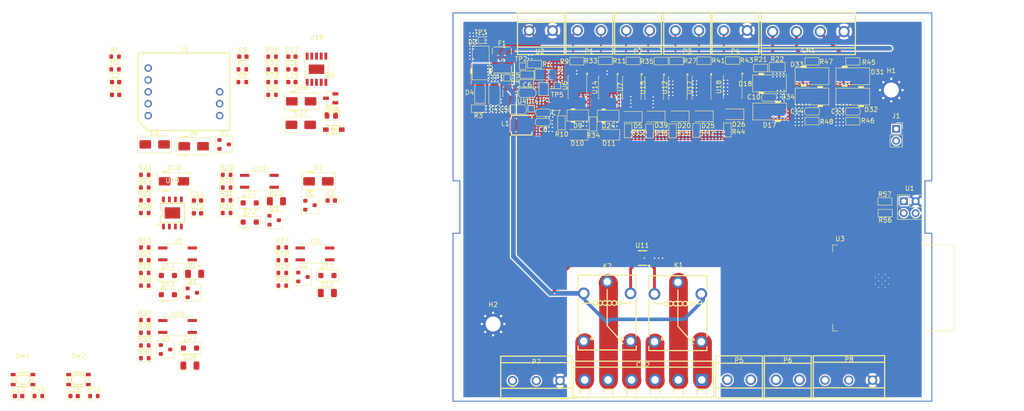
<source format=kicad_pcb>
(kicad_pcb (version 20241229) (generator "pcbnew") (generator_version "9.0")
  (title_block (title "NIVARA PCB") (date "2025-07-1") (rev "2025-07-01") (company "Instituto Tecnologioco de las Americas ITLA"))
  (layers (0 "F.Cu" signal) (4 "In1.Cu" power) (6 "In2.Cu" mixed) (2 "B.Cu" signal) (13 "F.Paste" user) (15 "B.Paste" user) (5 "F.SilkS" user "F.Silkscreen") (7 "B.SilkS" user "B.Silkscreen") (1 "F.Mask" user) (3 "B.Mask" user) (25 "Edge.Cuts" user))
  (net 0 "")
  (net 1 "+3.3V")
  (net 2 "GND")
  (net 3 "/NIVARA_BOARD/NPN_IN_1")
  (net 4 "/NIVARA_BOARD/NPN_IN_2")
  (net 5 "/NIVARA_BOARD/PNP_IN_1")
  (net 6 "/NIVARA_BOARD/PNP_IN_2")
  (net 7 "/NIVARA_BOARD/D_IN_2")
  (net 8 "/NIVARA_BOARD/D_IN_1")
  (net 9 "/NIVARA_BOARD/NPN_OUT_1")
  (net 10 "/NIVARA_BOARD/NPN_OUT_2")
  (net 11 "/NIVARA_BOARD/RLY_1_NO")
  (net 12 "/NIVARA_BOARD/RLY_1_C")
  (net 13 "/NIVARA_BOARD/RLY_1_NC")
  (net 14 "/NIVARA_BOARD/RLY_2_C")
  (net 15 "/NIVARA_BOARD/RLY_2_NC")
  (net 16 "/NIVARA_BOARD/RLY_2_NO")
  (net 17 "/NIVARA_BOARD/RUN{slash}STOP")
  (net 18 "/NIVARA_BOARD/RS485_A")
  (net 19 "/NIVARA_BOARD/RS485_B")
  (net 20 "/NIVARA_BOARD/A0_10_IN_1")
  (net 21 "/NIVARA_BOARD/A4_20_IN_1")
  (net 22 "/NIVARA_BOARD/PNP_OUT_1")
  (net 23 "/NIVARA_BOARD/PNP_OUT_2")
  (net 24 "/NIVARA_BOARD/DRIVER_RS485/UART_OUT")
  (net 25 "/NIVARA_BOARD/DRIVER_RS485/UART_IN")
  (net 26 "/NIVARA_BOARD/A_0-32_IN/A_V_OUT")
  (net 27 "/NIVARA_BOARD/PowerSupply/SW")
  (net 28 "/NIVARA_BOARD/A0_V_OUT_1")
  (net 29 "Net-(D28-A)")
  (net 30 "/NIVARA_BOARD/USB_D+")
  (net 31 "/NIVARA_BOARD/USB_D-")
  (net 32 "/NIVARA_BOARD/I_OUT")
  (net 33 "/NIVARA_BOARD/A0_32_IN_1")
  (net 34 "/NIVARA_BOARD/AUX_1")
  (net 35 "/NIVARA_BOARD/AUX_2")
  (net 36 "Net-(Q2-G)")
  (net 37 "Net-(Q4-G)")
  (net 38 "Net-(Q5-S)")
  (net 39 "Net-(R15-Pad2)")
  (net 40 "Net-(R17-Pad2)")
  (net 41 "Net-(R27-Pad2)")
  (net 42 "Net-(R31-Pad2)")
  (net 43 "Net-(R35-Pad2)")
  (net 44 "/NIVARA_BOARD/RELAY1&2/ESP_RLY2")
  (net 45 "/NIVARA_BOARD/RELAY1&2/ESP_RY1")
  (net 48 "VCC")
  (net 49 "Net-(D35-A)")
  (net 50 "/NIVARA_BOARD/NPN_IN_1/NPN_OUT")
  (net 51 "/NIVARA_BOARD/NPN_IN_2/NPN_OUT")
  (net 52 "/NIVARA_BOARD/4-20mA_IN/ESP_4-20_IN")
  (net 53 "/NIVARA_BOARD/A_V_OUT/ESP_SEL_VOUT")
  (net 54 "/NIVARA_BOARD/A_0-10_IN/A_V_OUT")
  (net 55 "/NIVARA_BOARD/PNP_IN_1/PNP_OUT")
  (net 56 "/NIVARA_BOARD/NPN_OUT_1/NPN_OUT")
  (net 57 "Net-(D14-A)")
  (net 58 "/NIVARA_BOARD/D_IN_1/D_OUT")
  (net 59 "/NIVARA_BOARD/NPN_OUT_2/NPN_OUT")
  (net 60 "Net-(D23-A)")
  (net 61 "/NIVARA_BOARD/PNP_IN_2/PNP_OUT")
  (net 62 "Net-(D26-A)")
  (net 63 "/NIVARA_BOARD/D_IN_2/D_OUT")
  (net 64 "/NIVARA_BOARD/RUN_STOP/D_OUT")
  (net 65 "Net-(D37-A)")
  (net 66 "Net-(R9-Pad2)")
  (net 67 "Net-(R11-Pad2)")
  (net 68 "Net-(R13-Pad2)")
  (net 69 "Net-(R18-Pad2)")
  (net 70 "/NIVARA_BOARD/A_V_OUT/SDA_V")
  (net 71 "/NIVARA_BOARD/A_V_OUT/SCLK_V")
  (net 72 "Net-(R29-Pad2)")
  (net 73 "Net-(R33-Pad2)")
  (net 74 "Net-(R37-Pad2)")
  (net 75 "Net-(R38-Pad2)")
  (net 76 "Net-(R41-Pad2)")
  (net 77 "Net-(R43-Pad2)")
  (net 78 "/NIVARA_BOARD/BUTTON/BUTTON_PIN")
  (net 79 "/NIVARA_BOARD/BUTTON1/BUTTON_PIN")
  (net 80 "/NIVARA_BOARD/A_I_OUT/SDA_C")
  (net 81 "/NIVARA_BOARD/A_I_OUT/SCLK_C")
  (net 84 "/NIVARA_BOARD/PNP_OUT_1/PNP_IN")
  (net 85 "/NIVARA_BOARD/PowerSupply/VOUT")
  (net 86 "/NIVARA_BOARD/PNP_OUT_2/PNP_IN")
  (net 87 "/VIN")
  (net 88 "/NIVARA_BOARD/PowerSupply/BST")
  (net 89 "Net-(U19-SET)")
  (net 90 "Net-(D36-K)")
  (net 91 "Net-(D1-A)")
  (net 92 "Net-(D4-K)")
  (net 93 "Net-(D7-A2)")
  (net 94 "Net-(D7-A1)")
  (net 95 "Net-(D10-A)")
  (net 96 "Net-(D11-A)")
  (net 97 "Net-(D12-K)")
  (net 98 "Net-(D16-A)")
  (net 99 "Net-(D20-A)")
  (net 100 "Net-(D21-K)")
  (net 101 "Net-(D25-A)")
  (net 102 "Net-(U11-1C)")
  (net 103 "Net-(U11-2C)")
  (net 104 "Net-(U3-GPIO48{slash}SPICLK_N{slash}SUBSPICLK_N_DIFF)")
  (net 105 "Net-(U3-GPIO45)")
  (net 106 "Net-(U10-SEL)")
  (net 124 "/NIVARA_BOARD/PowerSupply/FB")
  (net 125 "Net-(D5-A)")
  (net 126 "Net-(D38-K)")
  (net 127 "Net-(D39-A)")
  (net 128 "/D+")
  (net 129 "/D-")
  (footprint "PCM_Resistor_SMD_AKL:R_0805_2012Metric" (layer "F.Cu") (at 235.145 51.61)
    (property "Reference" "R22")
    (property "Value" "145" (hide yes))
  )
  (footprint "LED_SMD:LED_1206_3216Metric" (layer "F.Cu") (at 219.21 62.1 180)
    (property "Reference" "D25")
    (property "Value" "IR26-21C_L110_TR8")
  )
  (footprint "PCM_Resistor_SMD_AKL:R_0603_1608Metric" (layer "F.Cu") (at 100.155 92.855)
    (property "Reference" "R14")
    (property "Value" "22k" (hide yes))
  )
  (footprint "PCM_Resistor_SMD_AKL:R_0603_1608Metric" (layer "F.Cu") (at 129.495 98.295)
    (property "Reference" "R20")
    (property "Value" "1.5k" (hide yes))
  )
  (footprint "PCM_Diode_SMD_AKL:D_SOD-123F" (layer "F.Cu") (at 122.545 84.715)
    (property "Reference" "D22")
    (property "Value" "PMEG4010CEH" (hide yes))
  )
  (footprint "PCM_Package_TO_SOT_SMD_AKL:SOT-23" (layer "F.Cu") (at 135.415 81.115)
    (property "Reference" "D2")
    (property "Value" "SM712" (hide yes))
  )
  (footprint "PCM_Resistor_SMD_AKL:R_0603_1608Metric" (layer "F.Cu") (at 93.805 49.355)
    (property "Reference" "R1")
    (property "Value" "33" (hide yes))
  )
  (footprint "PCM_Capacitor_SMD_AKL:C_0603_1608Metric" (layer "F.Cu") (at 93.924939 54.795002)
    (property "Reference" "C2")
    (property "Value" "22uF" (hide yes))
  )
  (footprint "PCM_Capacitor_SMD_AKL:C_0603_1608Metric" (layer "F.Cu") (at 85.054939 121.905002)
    (property "Reference" "C16")
    (property "Value" "1uF" (hide yes))
  )
  (footprint "PCM_Resistor_SMD_AKL:R_0603_1608Metric" (layer "F.Cu") (at 192.375 50.325)
    (property "Reference" "R9")
    (property "Value" "1k" (hide yes))
  )
  (footprint "PCM_Package_TO_SOT_SMD_AKL:SOT-23" (layer "F.Cu") (at 104.575 111.955)
    (property "Reference" "Q4")
    (property "Value" "AO3407A" (hide yes))
  )
  (footprint "PCM_Resistor_SMD_AKL:R_0603_1608Metric" (layer "F.Cu") (at 242.579 50.352 180)
    (property "Reference" "R47")
    (property "Value" "24k" (hide yes))
  )
  (footprint "PCM_Diode_SMD_AKL:D_SMA" (layer "F.Cu") (at 251.284 57.905 180)
    (property "Reference" "D32")
    (property "Value" "SMAJ5.0A" (hide yes))
  )
  (footprint "PCM_Resistor_SMD_AKL:R_0603_1608Metric" (layer "F.Cu") (at 100.155 98.295)
    (property "Reference" "R16")
    (property "Value" "1.5k" (hide yes))
  )
  (footprint "EasyEDA:CONN-TH_3P-P5.00_WJ500V-5.08-3P" (layer "F.Cu") (at 250.43 118.4975)
    (property "Reference" "P8")
    (property "Value" "ANALOG_OUT.")
  )
  (footprint "Package_TO_SOT_SMD:TSOT-23-6" (layer "F.Cu") (at 178.14 57.22 -90)
    (property "Reference" "U4")
    (property "Value" "AP63200WU")
  )
  (footprint "PCM_Resistor_SMD_AKL:R_0603_1608Metric" (layer "F.Cu") (at 100.155 95.575)
    (property "Reference" "R15")
    (property "Value" "20k" (hide yes))
  )
  (footprint "PCM_Resistor_SMD_AKL:R_0603_1608Metric" (layer "F.Cu") (at 120.965 54.795)
    (property "Reference" "R8")
    (property "Value" "R_0603" (hide yes))
  )
  (footprint "PCM_Resistor_SMD_AKL:R_0603_1608Metric" (layer "F.Cu") (at 100.155 111.085)
    (property "Reference" "R39")
    (property "Value" "100k" (hide yes))
  )
  (footprint "PCM_Resistor_SMD_AKL:R_0603_1608Metric" (layer "F.Cu") (at 181.75 53.2)
    (property "Reference" "R5")
    (property "Value" "62k" (hide yes))
  )
  (footprint "LED_SMD:LED_1206_3216Metric" (layer "F.Cu") (at 110.78 95.78)
    (property "Reference" "D14")
    (property "Value" "IR26-21C_L110_TR8")
  )
  (footprint "PCM_Resistor_SMD_AKL:R_0603_1608Metric" (layer "F.Cu") (at 117.625 82.775)
    (property "Reference" "R32")
    (property "Value" "1.5k" (hide yes))
  )
  (footprint "PCM_Resistor_SMD_AKL:R_0603_1608Metric" (layer "F.Cu") (at 207.91 65.23 90)
    (property "Reference" "R36")
    (property "Value" "140" (hide yes))
  )
  (footprint "PCM_Capacitor_SMD_AKL:C_0603_1608Metric" (layer "F.Cu") (at 111.394939 80.115002)
    (property "Reference" "C11")
    (property "Value" "0.1uF" (hide yes))
  )
  (footprint "PCM_Diode_SMD_AKL:D_SOD-123F" (layer "F.Cu") (at 105.075 96.135)
    (property "Reference" "D12")
    (property "Value" "PMEG4010CEH" (hide yes))
  )
  (footprint "LED_SMD:LED_1206_3216Metric" (layer "F.Cu") (at 225.735 61.665 180)
    (property "Reference" "D26")
    (property "Value" "IR26-21C_L110_TR8")
  )
  (footprint "PCM_Resistor_SMD_AKL:R_0603_1608Metric" (layer "F.Cu") (at 100.155 82.775)
    (property "Reference" "R26")
    (property "Value" "10K" (hide yes))
  )
  (footprint "EasyEDA:CONN-TH_XY126V-5.0-2P" (layer "F.Cu") (at 184.7 43.8)
    (property "Reference" "U2")
    (property "Value" "FUENTE IN")
  )
  (footprint "PCM_Diode_SMD_AKL:D_SMA_TVS" (layer "F.Cu") (at 102.255 68.115)
    (property "Reference" "D8")
    (property "Value" "SMAJ12CA" (hide yes))
  )
  (footprint "PCM_Resistor_SMD_AKL:R_0603_1608Metric" (layer "F.Cu") (at 181.65 55.05 180)
    (property "Reference" "R4")
    (property "Value" "196k" (hide yes))
  )
  (footprint "EasyEDA:SOD-123_L2.7-W1.6-LS3.7-RD-1" (layer "F.Cu") (at 140.495 64.96)
    (property "Reference" "D35")
    (property "Value" "BZT52C12_C2891780")
  )
  (footprint "PCM_Capacitor_SMD_AKL:C_0805_2012Metric" (layer "F.Cu") (at 181.79 57.09)
    (property "Reference" "C6")
    (property "Value" "100pF" (hide yes))
  )
  (footprint "PCM_Diode_SMD_AKL:D_SMA" (layer "F.Cu") (at 171.86 50.7 90)
    (property "Reference" "D3")
    (property "Value" "SMAJ33A" (hide yes))
  )
  (footprint "EasyEDA:CONN-TH_XY126V-5.0-2P" (layer "F.Cu") (at 215.928426 43.7675)
    (property "Reference" "P3")
    (property "Value" "D_IN")
  )
  (footprint "PCM_Capacitor_SMD_AKL:C_0603_1608Metric" (layer "F.Cu") (at 233.425 58.09)
    (property "Reference" "C10")
    (property "Value" "10nF" (hide yes))
  )
  (footprint "PCM_Capacitor_SMD_AKL:C_0603_1608Metric" (layer "F.Cu") (at 131.554939 54.79501)
    (property "Reference" "C19")
    (property "Value" "0.1uF" (hide yes))
  )
  (footprint "Package_SO:SO-4_4.4x3.6mm_P2.54mm" (layer "F.Cu") (at 136.48 91.515)
    (property "Reference" "U9")
    (property "Value" "LTV-357T")
  )
  (footprint "PCM_Resistor_SMD_AKL:R_0603_1608Metric" (layer "F.Cu") (at 183.35 50.97)
    (property "Reference" "R6")
    (property "Value" "100" (hide yes))
  )
  (footprint "PCM_Resistor_SMD_AKL:R_0603_1608Metric" (layer "F.Cu") (at 195.85 63.75 -90)
    (property "Reference" "R34")
    (property "Value" "140" (hide yes))
  )
  (footprint "EasyEDA:ESOP-8_L4.9-W3.9-P1.27-LS6.0-BL-EP" (layer "F.Cu") (at 106.04 82.765)
    (property "Reference" "U10")
    (property "Value" "GP8201S-TC50-EW")
  )
  (footprint "EasyEDA:SOT-23-6_L2.9-W1.6-P0.95-LS2.8-BR" (layer "F.Cu") (at 206.4 92.4)
    (property "Reference" "U11")
    (property "Value" "LK1802")
  )
  (footprint "PCM_Resistor_SMD_AKL:R_0603_1608Metric" (layer "F.Cu") (at 129.495 92.855)
    (property "Reference" "R18")
    (property "Value" "100" (hide yes))
  )
  (footprint "PCM_Resistor_SMD_AKL:R_0603_1608Metric" (layer "F.Cu") (at 242.579 63.132)
    (property "Reference" "R48")
    (property "Value" "10k" (hide yes))
  )
  (footprint "LED_SMD:LED_1206_3216Metric" (layer "F.Cu") (at 204.03 62.22 180)
    (property "Reference" "D5")
    (property "Value" "IR26-21C_L110_TR8")
  )
  (footprint "LED_SMD:LED_1206_3216Metric" (layer "F.Cu") (at 208.91 62.15 180)
    (property "Reference" "D39")
    (property "Value" "IR26-21C_L110_TR8")
  )
  (footprint "TestPoint:TestPoint_Pad_1.0x1.0mm" (layer "F.Cu") (at 182.64 60.49)
    (property "Reference" "TP4")
    (property "Value" "+3.3V")
  )
  (footprint "PCM_Package_TO_SOT_SMD_AKL:SOT-23" (layer "F.Cu") (at 127.765 84.315)
    (property "Reference" "Q3")
    (property "Value" "IRLML0040" (hide yes))
  )
  (footprint "PCM_Resistor_SMD_AKL:R_0603_1608Metric" (layer "F.Cu") (at 231.605 51.78)
    (property "Reference" "R21")
    (property "Value" "1k" (hide yes))
  )
  (footprint "PCM_Resistor_SMD_AKL:R_0603_1608Metric" (layer "F.Cu") (at 100.155 74.615)
    (property "Reference" "R23")
    (property "Value" "4K7" (hide yes))
  )
  (footprint "EasyEDA:CONN-TH_XY126V-5.0-2P" (layer "F.Cu") (at 205.4325 43.7675)
    (property "Reference" "P2")
    (property "Value" "PNP_IN")
  )
  (footprint "PCM_Resistor_SMD_AKL:R_0603_1608Metric" (layer "F.Cu") (at 212.83 65.21 90)
    (property "Reference" "R28")
    (property "Value" "140" (hide yes))
  )
  (footprint "PCM_Resistor_SMD_AKL:R_0603_1608Metric" (layer "F.Cu") (at 77.435 121.905)
    (property "Reference" "R49")
    (property "Value" "10k" (hide yes))
  )
  (footprint "LED_SMD:LED_1206_3216Metric" (layer "F.Cu") (at 128.25 80.26)
    (property "Reference" "D23")
    (property "Value" "IR26-21C_L110_TR8")
  )
  (footprint "EasyEDA:CONN-TH_XY126V-5.0-2P" (layer "F.Cu") (at 237.4 118.4 180)
    (property "Reference" "P6")
    (property "Value" "PNP_OUT")
  )
  (footprint "PCM_Resistor_SMD_AKL:R_0603_1608Metric" (layer "F.Cu") (at 89.285 121.905)
    (property "Reference" "R50")
    (property "Value" "10k" (hide yes))
  )
  (footprint "Package_SO:SO-4_4.4x3.6mm_P2.54mm" (layer "F.Cu") (at 107.14 107.025)
    (property "Reference" "U16")
    (property "Value" "LTV-357T")
  )
  (footprint "PCM_Diode_SMD_AKL:D_SMA" (layer "F.Cu") (at 242.579 53.527)
    (property "Reference" "D33")
    (property "Value" "SMAJ5.0A" (hide yes))
  )
  (footprint "PCM_Resistor_SMD_AKL:R_0603_1608Metric" (layer "F.Cu") (at 251.284 63.155)
    (property "Reference" "R46")
    (property "Value" "10k" (hide yes))
  )
  (footprint "PCM_Capacitor_SMD_AKL:C_0603_1608Metric" (layer "F.Cu") (at 73.204939 121.905002)
    (property "Reference" "C15")
    (property "Value" "1uF" (hide yes))
  )
  (footprint "EasyEDA:SOT-23-3_L2.9-W1.3-P1.90-LS2.4-BR" (layer "F.Cu") (at 139.82 58.26)
    (property "Reference" "Q5")
    (property "Value" "IRLML6402TRPBF-JSM")
  )
  (footprint "TestPoint:TestPoint_Pad_1.0x1.0mm" (layer "F.Cu") (at 177.47 53.88)
    (property "Reference" "TP1")
    (property "Value" "+VCC1")
  )
  (footprint "PCM_Resistor_SMD_AKL:R_0603_1608Metric" (layer "F.Cu") (at 127.315 54.795)
    (property "Reference" "R53")
    (property "Value" "2.5k" (hide yes))
  )
  (footprint "TestPoint:TestPoint_Pad_1.0x1.0mm" (layer "F.Cu") (at 180.8 51.4 90)
    (property "Reference" "TP2")
    (property "Value" "FB")
  )
  (footprint "EasyEDA:CONN-TH_DB128V-5.0-4P" (layer "F.Cu") (at 241.8 44 180)
    (property "Reference" "CN1")
    (property "Value" "ANALOG_IN")
  )
  (footprint "PCM_Package_TO_SOT_SMD_AKL:SOT-23" (layer "F.Cu") (at 110.295 99.835)
    (property "Reference" "Q1")
    (property "Value" "IRLML0040" (hide yes))
  )
  (footprint "LED_SMD:LED_1206_3216Metric" (layer "F.Cu") (at 192.47 66.07 180)
    (property "Reference" "D10")
    (property "Value" "IR26-21C_L110_TR8")
  )
  (footprint "PCM_Diode_SMD_AKL:D_SOD-123F" (layer "F.Cu") (at 105.075 100.235)
    (property "Reference" "D13")
    (property "Value" "PMEG4010CEH" (hide yes))
  )
  (footprint "PCM_Diode_SMD_AKL:D_SMA" (layer "F.Cu") (at 251.284 53.55)
    (property "Reference" "D31")
    (property "Value" "SMAJ5.0A" (hide yes))
  )
  (footprint "PCM_Capacitor_SMD_AKL:C_0805_2012Metric" (layer "F.Cu") (at 179.76 60.63 180)
    (property "Reference" "C5")
    (property "Value" "100nF" (hide yes))
  )
  (footprint "PCM_Capacitor_SMD_AKL:C_0603_1608Metric" (layer "F.Cu") (at 185.18 61.34)
    (property "Reference" "C7")
    (property "Value" "22uF" (hide yes))
  )
  (footprint "PCM_Resistor_SMD_AKL:R_0603_1608Metric" (layer "F.Cu") (at 129.495 95.575)
    (property "Reference" "R19")
    (property "Value" "100k" (hide yes))
  )
  (footprint "EasyEDA:CONN-TH_DB126V-5.0-6P-GN" (layer "F.Cu") (at 206.55 118.45 180)
    (property "Reference" "CN2")
    (property "Value" "RELAY")
  )
  (footprint "PCM_Diode_SMD_AKL:D_SMA" (layer "F.Cu") (at 233.505 55.075)
    (property "Reference" "D18")
    (property "Value" "SMAJ5.0A" (hide yes))
  )
  (footprint "PCM_Diode_SMD_AKL:D_SMA" (layer "F.Cu") (at 233.535 61.08 180)
    (property "Reference" "D17")
    (property "Value" "SMAJ5.0A" (hide yes))
  )
  (footprint "PCM_Resistor_SMD_AKL:R_0805_2012Metric" (layer "F.Cu") (at 139.955 61.925)
    (property "Reference" "R55")
    (property "Value" "15" (hide yes))
  )
  (footprint "PCM_Resistor_SMD_AKL:R_0603_1608Metric" (layer "F.Cu") (at 213.645 50.27)
    (property "Reference" "R27")
    (property "Value" "1k" (hide yes))
  )
  (footprint "PCM_Resistor_SMD_AKL:R_0603_1608Metric" (layer "F.Cu") (at 210.379 50.308 180)
    (property "Reference" "R35")
    (property "Value" "1k" (hide yes))
  )
  (footprint "EasyEDA:KEY-SMD_4P-L4.2-W3.2-P2.20-LS4.6" (layer "F.Cu") (at 86 118.375)
    (property "Reference" "SW2")
    (property "Value" "SKRPACE010")
  )
  (footprint "PCM_Resistor_SMD_AKL:R_0603_1608Metric" (layer "F.Cu") (at 100.155 105.645)
    (property "Reference" "R37")
    (property "Value" "100" (hide yes))
  )
  (footprint "EasyEDA:CONN-TH_XY126V-5.0-2P" (layer "F.Cu") (at 227 118.4 180)
    (property "Reference" "P5")
    (property "Value" "NPN_OUT")
  )
  (footprint "PCM_Package_TO_SOT_SMD_AKL:SOT-23" (layer "F.Cu") (at 133.915 96.445)
    (property "Reference" "Q2")
    (property "Value" "AO3407A" (hide yes))
  )
  (footprint "PCM_Diode_SMD_AKL:D_SOD-123F" (layer "F.Cu") (at 199.08 62)
    (property "Reference" "D24")
    (property "Value" "PMEG4010CEH" (hide yes))
  )
  (footprint "PCM_Capacitor_SMD_AKL:C_0603_1608Metric" (layer "F.Cu") (at 93.924939 57.515006)
    (property "Reference" "C3")
    (property "Value" "100nF" (hide yes))
  )
  (footprint "TestPoint:TestPoint_Pad_1.0x1.0mm" (layer "F.Cu") (at 172.04 45.84 90)
    (property "Reference" "TP3")
    (property "Value" "GND")
  )
  (footprint "LED_SMD:LED_1206_3216Metric" (layer "F.Cu") (at 109.78 115.39)
    (property "Reference" "D28")
    (property "Value" "IR26-21C_L110_TR8")
  )
  (footprint "Package_SO:SO-4_4.4x3.6mm_P2.54mm" (layer "F.Cu") (at 199.01 55.95 -90)
    (property "Reference" "U14")
    (property "Value" "LTV-357T")
  )
  (footprint "LED_SMD:LED_1206_3216Metric" (layer "F.Cu") (at 171.7 57.02 90)
    (property "Reference" "D4")
    (property "Value" "IR26-21C_L110_TR8")
  )
  (footprint "PCM_Package_TO_SOT_SMD_AKL:SOT-23" (layer "F.Cu") (at 117.095 68.115)
    (property "Reference" "D7")
    (property "Value" "SM712" (hide yes))
  )
  (footprint "EasyEDA:IND-SMD_L4.4-W4.2_CXP0420" (layer "F.Cu") (at 180.6 64)
    (property "Reference" "L1")
    (property "Value" "CXP0420-6R8M-AG(6.8UH)")
  )
  (footprint "Package_SO:SO-4_4.4x3.6mm_P2.54mm" (layer "F.Cu") (at 204.13 55.99 -90)
    (property "Reference" "U7")
    (property "Value" "LTV-357T")
  )
  (footprint "PCM_Diode_SMD_AKL:D_SOD-123F" (layer "F.Cu") (at 122.545 80.615)
    (property "Reference" "D21")
    (property "Value" "PMEG4010CEH" (hide yes))
  )
  (footprint "EasyEDA:CONN-TH_XY126V-5.0-2P" (layer "F.Cu") (at 226.2325 43.7675)
    (property "Reference" "P4")
    (property "Value" "RUN/STOP")
  )
  (footprint "PCM_Capacitor_SMD_AKL:C_0603_1608Metric" (layer "F.Cu") (at 251.284 61.065 180)
    (property "Reference" "C13")
    (property "Value" "100nF" (hide yes))
  )
  (footprint "PCM_Resistor_SMD_AKL:R_0603_1608Metric" (layer "F.Cu") (at 219.53 50.23)
    (property "Reference" "R41")
    (property "Value" "1k" (hide yes))
  )
  (footprint "PCM_Resistor_SMD_AKL:R_0603_1608Metric" (layer "F.Cu") (at 258.125 80.3 180)
    (property "Reference" "R57")
    (property "Value" "33" (hide yes))
  )
  (footprint "PCM_Capacitor_SMD_AKL:C_0603_1608Metric" (layer "F.Cu") (at 242.579 61.042 180)
    (property "Reference" "C14")
    (property "Value" "100nF" (hide yes))
  )
  (footprint "PCM_Diode_SMD_AKL:D_SMA" (layer "F.Cu") (at 137.215 76.005)
    (property "Reference" "D1")
    (property "Value" "SS12" (hide yes))
  )
  (footprint "PCM_Resistor_SMD_AKL:R_0603_1608Metric" (layer "F.Cu") (at 129.495 90.135)
    (property "Reference" "R17")
    (property "Value" "100" (hide yes))
  )
  (footprint "PCM_Resistor_SMD_AKL:R_0603_1608Metric" (layer "F.Cu") (at 189.095 63.495 -90)
    (property "Reference" "R10")
    (property "Value" "140" (hide yes))
  )
  (footprint "Package_SO:SO-4_4.4x3.6mm_P2.54mm" (layer "F.Cu") (at 218.995 56.01 -90)
    (property "Reference" "U17")
    (property "Value" "LTV-357T")
  )
  (footprint "EasyEDA:ESOP-10_L4.9-W3.9-P1.00-LS6.1-BL-EP" (layer "F.Cu") (at 136.8 52.045)
    (property "Reference" "U19")
    (property "Value" "GP8303-TC50-EW")
  )
  (footprint "MountingHole:MountingHole_3.2mm_M3_Pad_Via" (layer "F.Cu") (at 259.5 56.5)
    (property "Reference" "H1")
    (property "Value" "MountingHole_Pad")
  )
  (footprint "PCM_Resistor_SMD_AKL:R_0603_1608Metric" (layer "F.Cu") (at 204.38 50.276 180)
    (property "Reference" "R11")
    (property "Value" "1k" (hide yes))
  )
  (footprint "PCM_Resistor_SMD_AKL:R_0603_1608Metric" (layer "F.Cu") (at 100.155 108.365)
    (property "Reference" "R38")
    (property "Value" "100" (hide yes))
  )
  (footprint "PCM_Resistor_SMD_AKL:R_0603_1608Metric" (layer "F.Cu") (at 171.36 60.46 180)
    (property "Reference" "R3")
    (property "Value" "1k2" (hide yes))
  )
  (footprint "PCM_Resistor_SMD_AKL:R_0603_1608Metric" (layer "F.Cu") (at 225.62 50.195)
    (property "Reference" "R43")
    (property "Value" "1k" (hide yes))
  )
  (footprint "PCM_Resistor_SMD_AKL:R_0603_1608Metric" (layer "F.Cu") (at 203.33 65.2 90)
    (property "Reference" "R12")
    (property "Value" "140" (hide yes))
  )
  (footprint "Package_SO:SO-4_4.4x3.6mm_P2.54mm" (layer "F.Cu") (at 107.14 91.515)
    (property "Reference" "U8")
    (property "Value" "LTV-357T")
  )
  (footprint "PCM_Resistor_SMD_AKL:R_0603_1608Metric" (layer "F.Cu") (at 93.805 52.075)
    (property "Reference" "R2")
    (property "Value" "33" (hide yes))
  )
  (footprint "PCM_Capacitor_SMD_AKL:C_0603_1608Metric" (layer "F.Cu") (at 185.14 63.36)
    (property "Reference" "C8")
    (property "Value" "22uF" (hide yes))
  )
  (footprint "Package_SO:SO-4_4.4x3.6mm_P2.54mm" (layer "F.Cu") (at 208.9 56.06 -90)
    (property "Reference" "U15")
    (property "Value" "LTV-357T")
  )
  (footprint "PCM_Diode_SMD_AKL:D_SOD-123F" (layer "F.Cu") (at 139.135 96.135)
    (property "Reference" "D15")
    (property "Value" "PMEG4010CEH" (hide yes))
  )
  (footprint "PCM_Resistor_SMD_AKL:R_0603_1608Metric" (layer "F.Cu") (at 224.53 65.03 90)
    (property "Reference" "R44")
    (property "Value" "140" (hide yes))
  )
  (footprint "EasyEDA:RELAY-TH_SRA-X-CX" (layer "F.Cu") (at 198.85 103.8 -90)
    (property "Reference" "K2")
    (property "Value" "SRA-24VDC-CL")
  )
  (footprint "RF_Module:ESP32-S3-WROOM-1" (layer "F.Cu") (at 259.96 98.8 -90)
    (property "Reference" "U3")
    (property "Value" "ESP32-S3-WROOM-1")
  )
  (footprint "Package_SO:SO-4_4.4x3.6mm_P2.54mm" (layer "F.Cu") (at 192.495 55.885 -90)
    (property "Reference" "U6")
    (property "Value" "LTV-357T")
  )
  (footprint "EasyEDA:RELAY-TH_SRA-X-CX" (layer "F.Cu") (at 213.949074 103.925 -90)
    (property "Reference" "K1")
    (property "Value" "SRA-24VDC-CL")
  )
  (footprint "LED_SMD:LED_1206_3216Metric" (layer "F.Cu") (at 185.705 53.185)
    (property "Reference" "D38")
    (property "Value" "IR26-21C_L110_TR8")
  )
  (footprint "PCM_Resistor_SMD_AKL:R_0603_1608Metric" (layer "F.Cu") (at 127.315 52.075)
    (property "Reference" "R52")
    (property "Value" "4K7" (hide yes))
  )
  (footprint "PCM_Capacitor_SMD_AKL:C_0603_1608Metric" (layer "F.Cu") (at 139.954939 80.115002)
    (property "Reference" "C1")
    (property "Value" "100nF" (hide yes))
  )
  (footprint "PCM_Diode_SMD_AKL:D_SOD-123F" (layer "F.Cu") (at 192.565 61.935)
    (property "Reference" "D9")
    (property "Value" "PMEG4010CEH" (hide yes))
  )
  (footprint "Diode_SMD:D_SMA" (layer "F.Cu") (at 133.445 63.93)
    (property "Reference" "D37")
    (property "Value" "MRA4007T3G")
  )
  (footprint "EasyEDA:CONN-TH_3P-P5.00_WJ500V-5.08-3P" (layer "F.Cu") (at 183.72 118.6)
    (property "Reference" "P7")
    (property "Value" "RS485")
  )
  (footprint "Connector_PinSocket_2.54mm:PinSocket_2x02_P2.54mm_Vertical" (layer "F.Cu") (at 264.7 80.26)
    (property "Reference" "U1")
    (property "Value" "2.54-2*2")
  )
  (footprint "PCM_Capacitor_SMD_AKL:C_0603_1608Metric" (layer "F.Cu") (at 131.554939 52.075006)
    (property "Reference" "C18")
    (property "Value" "1uF" (hide yes))
  )
  (footprint "PCM_Capacitor_SMD_AKL:C_0603_1608Metric" (layer "F.Cu") (at 121.084939 49.355002)
    (property "Reference" "C9")
    (property "Value" "10uF" (hide yes))
  )
  (footprint "Package_SO:SO-4_4.4x3.6mm_P2.54mm" (layer "F.Cu") (at 213.935 56.06 -90)
    (property "Reference" "U12")
    (property "Value" "LTV-357T")
  )
  (footprint "EasyEDA:KEY-SMD_4P-L4.2-W3.2-P2.20-LS4.6" (layer "F.Cu") (at 74.15 118.375)
    (property "Reference" "SW1")
    (property "Value" "SKRPACE010")
  )
  (footprint "PCM_Capacitor_SMD_AKL:C_0603_1608Metric" (layer "F.Cu") (at 111.394939 82.835006)
    (property "Reference" "C12")
    (property "Value" "1uF" (hide yes))
  )
  (footprint "PCM_Resistor_SMD_AKL:R_0603_1608Metric" (layer "F.Cu") (at 100.155 80.055)
    (property "Reference" "R25")
    (property "Value" "0" (hide yes))
  )
  (footprint "PCM_Capacitor_SMD_AKL:C_1206_3216Metric" (layer "F.Cu") (at 174.78 57.28 -90)
    (property "Reference" "C4")
    (property "Value" "10uF" (hide yes))
  )
  (footprint "PCM_Diode_SMD_AKL:D_SMA" (layer "F.Cu") (at 106.375 76.005)
    (property "Reference" "D19")
    (property "Value" "SMAJ12A" (hide yes))
  )
  (footprint "Connector_PinSocket_2.54mm:PinSocket_1x02_P2.54mm_Vertical" (layer "F.Cu") (at 260.547 64.791)
    (property "Reference" "J1")
    (property "Value" "AUXILIAR")
  )
  (footprint "Package_SO:SO-4_4.4x3.6mm_P2.54mm" (layer "F.Cu") (at 124.61 75.995)
    (property "Reference" "U13")
    (property "Value" "LTV-357T")
  )
  (footprint "PCM_Resistor_SMD_AKL:R_0603_1608Metric" (layer "F.Cu") (at 127.315 57.515)
    (property "Reference" "R54")
    (property "Value" "100k" (hide yes))
  )
  (footprint "PCM_Diode_SMD_AKL:D_SMA" (layer "F.Cu") (at 242.579 57.882 180)
    (property "Reference" "D34")
    (property "Value" "SMAJ5.0A" (hide yes))
  )
  (footprint "PCM_Diode_SMD_AKL:D_SMA" (layer "F.Cu") (at 133.535 58.905)
    (property "Reference" "D36")
    (property "Value" "SMAJ33A" (hide yes))
  )
  (footprint "LED_SMD:LED_1206_3216Metric" (layer "F.Cu") (at 139.12 99.88)
    (property "Reference" "D16")
    (property "Value" "IR26-21C_L110_TR8")
  )
  (footprint "PCM_Resistor_SMD_AKL:R_0603_1608Metric" (layer "F.Cu") (at 100.155 77.335)
    (property "Reference" "R24")
    (property "Value" "4K7" (hide yes))
  )
  (footprint "PCM_Resistor_SMD_AKL:R_0603_1608Metric" (layer "F.Cu") (at 251.284 50.375 180)
    (property "Reference" "R45")
    (property "Value" "100k" (hide yes))
  )
  (footprint "PCM_Resistor_SMD_AKL:R_0603_1608Metric" (layer "F.Cu") (at 117.625 77.335)
    (property "Reference" "R30")
    (property "Value" "22k" (hide yes))
  )
  (footprint "PCM_Resistor_SMD_AKL:R_0603_1608Metric" (layer "F.Cu") (at 117.625 74.615)
    (property "Reference" "R29")
    (property "Value" "100" (hide yes))
  )
  (footprint "EasyEDA:CONN-TH_XY126V-5.0-2P" (layer "F.Cu") (at 195.0325 43.7675)
    (property "Reference" "P1")
    (property "Value" "NPN_IN")
  )
  (footprint "LED_SMD:LED_1206_3216Metric" (layer "F.Cu") (at 214.06 62.12 180)
    (property "Reference" "D20")
    (property "Value" "IR26-21C_L110_TR8")
  )
  (footprint "PCM_Resistor_SMD_AKL:R_0603_1608Metric" (layer "F.Cu") (at 127.315 49.355)
    (property "Reference" "R51")
    (property "Value" "4K7" (hide yes))
  )
  (footprint "PCM_Resistor_SMD_AKL:R_0603_1608Metric" (layer "F.Cu") (at 198.474 50.251)
    (property "Reference" "R33")
    (property "Value" "1k" (hide yes))
  )
  (footprint "PCM_Resistor_SMD_AKL:R_0603_1608Metric" (layer "F.Cu") (at 258.2 82.8 180)
    (property "Reference" "R56")
    (property "Value" "33" (hide yes))
  )
  (footprint "PCM_Resistor_SMD_AKL:R_0603_1608Metric" (layer "F.Cu") (at 217.92 65.12 90)
    (property "Reference" "R42")
    (property "Value" "140" (hide yes))
  )
  (footprint "PCM_Diode_SMD_AKL:D_SMA" (layer "F.Cu") (at 110.575 68.505)
    (property "Reference" "D6")
    (property "Value" "SMAJ5.0A" (hide yes))
  )
  (footprint "LED_SMD:LED_1206_3216Metric" (layer "F.Cu") (at 199.24 66.07 180)
    (property "Reference" "D11")
    (property "Value" "IR26-21C_L110_TR8")
  )
  (footprint "Package_SO:SO-4_4.4x3.6mm_P2.54mm" (layer "F.Cu") (at 225.635 55.86 -90)
    (property "Reference" "U18")
    (property "Value" "LTV-357T")
  )
  (footprint "Jumper:SolderJumper-2_P1.3mm_Open_Pad1.0x1.5mm" (layer "F.Cu") (at 185.31 56.27 90)
    (property "Reference" "JP1")
    (property "Value" "SolderJumper_2_Open")
  )
  (footprint "EasyEDA:F1812" (layer "F.Cu") (at 176.37 50.08 -90)
    (property "Reference" "F1")
    (property "Value" "BSMD1812-150-33V")
  )
  (footprint "PCM_Capacitor_SMD_AKL:C_0603_1608Metric" (layer "F.Cu") (at 131.554939 49.355002)
    (property "Reference" "C17")
    (property "Value" "220pF" (hide yes))
  )
  (footprint "PCM_Diode_SMD_AKL:D_SOD-123F" (layer "F.Cu") (at 109.795 111.645)
    (property "Reference" "D27")
    (property "Value" "PMEG4010CEH" (hide yes))
  )
  (footprint "MountingHole:MountingHole_3.2mm_M3_Pad_Via" (layer "F.Cu") (at 174.5 106.5)
    (property "Reference" "H2")
    (property "Value" "MountingHole_Pad")
  )
  (footprint "EasyEDA:COMM-TH_8P-L19.5-W16.5-P2.54-BL" (layer "F.Cu") (at 108.5 56.88)
    (property "Reference" "U5")
    (property "Value" "RSM3485ECHT_C2992406")
  )
  (footprint "PCM_Resistor_SMD_AKL:R_0603_1608Metric" (layer "F.Cu") (at 100.155 90.135)
    (property "Reference" "R13")
    (property "Value" "100" (hide yes))
  )
  (footprint "TestPoint:TestPoint_Pad_1.0x1.0mm" (layer "F.Cu") (at 188.24 55.5)
    (property "Reference" "TP5")
    (property "Value" "+3.3Vout")
  )
  (footprint "PCM_Resistor_SMD_AKL:R_0603_1608Metric" (layer "F.Cu") (at 117.625 80.055)
    (property "Reference" "R31")
    (property "Value" "20k" (hide yes))
  )
  (footprint "PCM_Resistor_SMD_AKL:R_0603_1608Metric" (layer "F.Cu") (at 120.965 52.075)
    (property "Reference" "R7")
    (property "Value" "R_0603" (hide yes))
  )
  (footprint "PCM_Resistor_SMD_AKL:R_0603_1608Metric" (layer "F.Cu") (at 100.155 113.805)
    (property "Reference" "R40")
    (property "Value" "1.5k" (hide yes))
  )
  (gr_line (start 165.95 123) (end 268.15 123) (stroke (width 0.2)) (layer "B.Cu"))
  (gr_line (start 268.15 75.9) (end 268.15 40) (stroke (width 0.2)) (layer "B.Cu"))
  (gr_circle (center 259.55 56.5) (end 260.75 56.5) (stroke (width 0.2)) (fill no) (layer "B.Cu") (net 2))
  (gr_circle (center 174.55 106.5) (end 175.75 106.5) (stroke (width 0.2)) (fill no) (layer "B.Cu") (net 2))
  (gr_line (start 165.95 75.9) (end 167.4 75.9) (stroke (width 0.2)) (layer "B.Cu"))
  (gr_circle (center 174.55 106.5) (end 176.95 106.5) (stroke (width 0.2)) (fill no) (layer "B.Cu") (net 2))
  (gr_line (start 167.4 87.1) (end 165.95 87.1) (stroke (width 0.2)) (layer "B.Cu"))
  (gr_line (start 268.15 75.9) (end 266.7 75.9) (stroke (width 0.2)) (layer "B.Cu"))
  (gr_line (start 268.15 123) (end 268.15 87.1) (stroke (width 0.2)) (layer "B.Cu"))
  (gr_line (start 167.4 75.9) (end 167.4 87.1) (stroke (width 0.2)) (layer "B.Cu"))
  (gr_circle (center 259.55 56.5) (end 261.95 56.5) (stroke (width 0.2)) (fill no) (layer "B.Cu") (net 2))
  (gr_line (start 266.7 87.1) (end 268.15 87.1) (stroke (width 0.2)) (layer "B.Cu"))
  (gr_line (start 268.15 40) (end 165.95 40) (stroke (width 0.2)) (layer "B.Cu"))
  (gr_line (start 165.95 87.1) (end 165.95 123) (stroke (width 0.2)) (layer "B.Cu"))
  (gr_line (start 165.95 40) (end 165.95 75.9) (stroke (width 0.2)) (layer "B.Cu"))
  (gr_line (start 266.7 75.9) (end 266.7 87.1) (stroke (width 0.2)) (layer "B.Cu"))
  (gr_rect (start 167.65 41.4) (end 266.5 122.65) (stroke (width 0.05)) (fill no) (layer "Edge.Cuts"))
  (via (at 187 55.75) (size 0.6) (drill 0.3) (layers "F.Cu" "B.Cu") (net 1))
  (via (at 186 53) (size 0.6) (drill 0.3) (layers "F.Cu" "B.Cu") (net 1))
  (via (at 219.08 65.53) (size 0.6) (drill 0.3) (layers "F.Cu" "B.Cu") (net 1))
  (via (at 206.76 66.85) (size 0.6) (drill 0.3) (layers "F.Cu" "B.Cu") (net 1))
  (via (at 211.51 66.87) (size 0.6) (drill 0.3) (layers "F.Cu" "B.Cu") (net 1))
  (via (at 236.68 62.512033) (size 0.6) (drill 0.3) (layers "F.Cu" "B.Cu") (net 1))
  (via (at 194.795 57.495) (size 0.6) (drill 0.3) (layers "F.Cu" "B.Cu") (net 1))
  (via (at 188.5 51.5) (size 0.6) (drill 0.3) (layers "F.Cu" "B.Cu") (net 1))
  (via (at 249.042 55.162) (size 0.6) (drill 0.3) (layers "F.Cu" "B.Cu") (net 1))
  (via (at 222.77 66.2) (size 0.6) (drill 0.3) (layers "F.Cu" "B.Cu") (net 1))
  (via (at 220.63 66.19) (size 0.6) (drill 0.3) (layers "F.Cu" "B.Cu") (net 1))
  (via (at 187 51.5) (size 0.6) (drill 0.3) (layers "F.Cu" "B.Cu") (net 1))
  (via (at 210.77 65.54) (size 0.6) (drill 0.3) (layers "F.Cu" "B.Cu") (net 1))
  (via (at 201.31 57.56) (size 0.6) (drill 0.3) (layers "F.Cu" "B.Cu") (net 1))
  (via (at 210.78 66.86) (size 0.6) (drill 0.3) (layers "F.Cu" "B.Cu") (net 1))
  (via (at 215.75 66.88) (size 0.6) (drill 0.3) (layers "F.Cu" "B.Cu") (net 1))
  (via (at 249.792 55.162) (size 0.6) (drill 0.3) (layers "F.Cu" "B.Cu") (net 1))
  (via (at 187.75 50.75) (size 0.6) (drill 0.3) (layers "F.Cu" "B.Cu") (net 1))
  (via (at 248.106 55.156) (size 0.6) (drill 0.3) (layers "F.Cu" "B.Cu") (net 1))
  (via (at 200.56 57.56) (size 0.6) (drill 0.3) (layers "F.Cu" "B.Cu") (net 1))
  (via (at 204.47 65.51) (size 0.6) (drill 0.3) (layers "F.Cu" "B.Cu") (net 1))
  (via (at 219.09 66.85) (size 0.6) (drill 0.3) (layers "F.Cu" "B.Cu") (net 1))
  (via (at 189.25 50.75) (size 0.6) (drill 0.3) (layers "F.Cu" "B.Cu") (net 1))
  (via (at 237.45 61.772033) (size 0.6) (drill 0.3) (layers "F.Cu" "B.Cu") (net 1))
  (via (at 194.785 59.765) (size 0.6) (drill 0.3) (layers "F.Cu" "B.Cu") (net 1))
  (via (at 189.25 51.5) (size 0.6) (drill 0.3) (layers "F.Cu" "B.Cu") (net 1))
  (via (at 219.87 65.55) (size 0.6) (drill 0.3) (layers "F.Cu" "B.Cu") (net 1))
  (via (at 222.04 66.19) (size 0.6) (drill 0.3) (layers "F.Cu" "B.Cu") (net 1))
  (via (at 234.4 62.475) (size 0.6) (drill 0.3) (layers "F.Cu" "B.Cu") (net 1))
  (via (at 210.77 66.19) (size 0.6) (drill 0.3) (layers "F.Cu" "B.Cu") (net 1))
  (via (at 221.36 65.55) (size 0.6) (drill 0.3) (layers "F.Cu" "B.Cu") (net 1))
  (via (at 206.02 65.52) (size 0.6) (drill 0.3) (layers "F.Cu" "B.Cu") (net 1))
  (via (at 209.22 66.18) (size 0.6) (drill 0.3) (layers "F.Cu" "B.Cu") (net 1))
  (via (at 204.47 66.16) (size 0.6) (drill 0.3) (layers "F.Cu" "B.Cu") (net 1))
  (via (at 219.88 66.87) (size 0.6) (drill 0.3) (layers "F.Cu" "B.Cu") (net 1))
  (via (at 223.45 65.57) (size 0.6) (drill 0.3) (layers "F.Cu" "B.Cu") (net 1))
  (via (at 210.01 66.2) (size 0.6) (drill 0.3) (layers "F.Cu" "B.Cu") (net 1))
  (via (at 210.01 65.55) (size 0.6) (drill 0.3) (layers "F.Cu" "B.Cu") (net 1))
  (via (at 222.05 66.86) (size 0.6) (drill 0.3) (layers "F.Cu" "B.Cu") (net 1))
  (via (at 214.98 65.57) (size 0.6) (drill 0.3) (layers "F.Cu" "B.Cu") (net 1))
  (via (at 222.77 65.55) (size 0.6) (drill 0.3) (layers "F.Cu" "B.Cu") (net 1))
  (via (at 250.542 55.162) (size 0.6) (drill 0.3) (layers "F.Cu" "B.Cu") (net 1))
  (via (at 219.87 66.2) (size 0.6) (drill 0.3) (layers "F.Cu" "B.Cu") (net 1))
  (via (at 186 53.75) (size 0.6) (drill 0.3) (layers "F.Cu" "B.Cu") (net 1))
  (via (at 220.63 65.54) (size 0.6) (drill 0.3) (layers "F.Cu" "B.Cu") (net 1))
  (via (at 223.46 66.89) (size 0.6) (drill 0.3) (layers "F.Cu" "B.Cu") (net 1))
  (via (at 206.02 66.17) (size 0.6) (drill 0.3) (layers "F.Cu" "B.Cu") (net 1))
  (via (at 188.5 53) (size 0.6) (drill 0.3) (layers "F.Cu" "B.Cu") (net 1))
  (via (at 205.26 65.53) (size 0.6) (drill 0.3) (layers "F.Cu" "B.Cu") (net 1))
  (via (at 186.25 51.5) (size 0.6) (drill 0.3) (layers "F.Cu" "B.Cu") (net 1))
  (via (at 211.5 66.2) (size 0.6) (drill 0.3) (layers "F.Cu" "B.Cu") (net 1))
  (via (at 216.47 65.57) (size 0.6) (drill 0.3) (layers "F.Cu" "B.Cu") (net 1))
  (via (at 187 54.75) (size 0.6) (drill 0.3) (layers "F.Cu" "B.Cu") (net 1))
  (via (at 214.2 66.87) (size 0.6) (drill 0.3) (layers "F.Cu" "B.Cu") (net 1))
  (via (at 187.75 51.5) (size 0.6) (drill 0.3) (layers "F.Cu" "B.Cu") (net 1))
  (via (at 194.785 59.015) (size 0.6) (drill 0.3) (layers "F.Cu" "B.Cu") (net 1))
  (via (at 186 52.25) (size 0.6) (drill 0.3) (layers "F.Cu" "B.Cu") (net 1))
  (via (at 219.08 66.18) (size 0.6) (drill 0.3) (layers "F.Cu" "B.Cu") (net 1))
  (via (at 188.5 52.25) (size 0.6) (drill 0.3) (layers "F.Cu" "B.Cu") (net 1))
  (via (at 186.25 50.75) (size 0.6) (drill 0.3) (layers "F.Cu" "B.Cu") (net 1))
  (via (at 222.78 66.87) (size 0.6) (drill 0.3) (layers "F.Cu" "B.Cu") (net 1))
  (via (at 235.93 62.512033) (size 0.6) (drill 0.3) (layers "F.Cu" "B.Cu") (net 1))
  (via (at 206.75 66.18) (size 0.6) (drill 0.3) (layers "F.Cu" "B.Cu") (net 1))
  (via (at 223.45 66.22) (size 0.6) (drill 0.3) (layers "F.Cu" "B.Cu") (net 1))
  (via (at 221.36 66.2) (size 0.6) (drill 0.3) (layers "F.Cu" "B.Cu") (net 1))
  (via (at 214.19 65.55) (size 0.6) (drill 0.3) (layers "F.Cu" "B.Cu") (net 1))
  (via (at 186 54.5) (size 0.6) (drill 0.3) (layers "F.Cu" "B.Cu") (net 1))
  (via (at 188.5 50.75) (size 0.6) (drill 0.3) (layers "F.Cu" "B.Cu") (net 1))
  (via (at 204.48 66.83) (size 0.6) (drill 0.3) (layers "F.Cu" "B.Cu") (net 1))
  (via (at 220.64 66.86) (size 0.6) (drill 0.3) (layers "F.Cu" "B.Cu") (net 1))
  (via (at 206.03 66.84) (size 0.6) (drill 0.3) (layers "F.Cu" "B.Cu") (net 1))
  (via (at 209.22 65.53) (size 0.6) (drill 0.3) (layers "F.Cu" "B.Cu") (net 1))
  (via (at 214.19 66.2) (size 0.6) (drill 0.3) (layers "F.Cu" "B.Cu") (net 1))
  (via (at 214.99 66.89) (size 0.6) (drill 0.3) (layers "F.Cu" "B.Cu") (net 1))
  (via (at 193.295 57.495) (size 0.6) (drill 0.3) (layers "F.Cu" "B.Cu") (net 1))
  (via (at 188.5 54.5) (size 0.6) (drill 0.3) (layers "F.Cu" "B.Cu") (net 1))
  (via (at 205.27 66.85) (size 0.6) (drill 0.3) (layers "F.Cu" "B.Cu") (net 1))
  (via (at 201.3 58.33) (size 0.6) (drill 0.3) (layers "F.Cu" "B.Cu") (net 1))
  (via (at 222.04 65.54) (size 0.6) (drill 0.3) (layers "F.Cu" "B.Cu") (net 1))
  (via (at 237.45 61.022033) (size 0.6) (drill 0.3) (layers "F.Cu" "B.Cu") (net 1))
  (via (at 239.401 55.133) (size 0.6) (drill 0.3) (layers "F.Cu" "B.Cu") (net 1))
  (via (at 189.25 53) (size 0.6) (drill 0.3) (layers "F.Cu" "B.Cu") (net 1))
  (via (at 216.47 66.22) (size 0.6) (drill 0.3) (layers "F.Cu" "B.Cu") (net 1))
  (via (at 241.837 55.139) (size 0.6) (drill 0.3) (layers "F.Cu" "B.Cu") (net 1))
  (via (at 215.74 66.21) (size 0.6) (drill 0.3) (layers "F.Cu" "B.Cu") (net 1))
  (via (at 201.3 59.08) (size 0.6) (drill 0.3) (layers "F.Cu" "B.Cu") (net 1))
  (via (at 235.18 62.512033) (size 0.6) (drill 0.3) (layers "F.Cu" "B.Cu") (net 1))
  (via (at 237.45 62.522033) (size 0.6) (drill 0.3) (layers "F.Cu" "B.Cu") (net 1))
  (via (at 240.337 55.139) (size 0.6) (drill 0.3) (layers "F.Cu" "B.Cu") (net 1))
  (via (at 187 50.75) (size 0.6) (drill 0.3) (layers "F.Cu" "B.Cu") (net 1))
  (via (at 216.48 66.89) (size 0.6) (drill 0.3) (layers "F.Cu" "B.Cu") (net 1))
  (via (at 188.5 53.75) (size 0.6) (drill 0.3) (layers "F.Cu" "B.Cu") (net 1))
  (via (at 209.23 66.85) (size 0.6) (drill 0.3) (layers "F.Cu" "B.Cu") (net 1))
  (via (at 215.74 65.56) (size 0.6) (drill 0.3) (layers "F.Cu" "B.Cu") (net 1))
  (via (at 201.3 59.83) (size 0.6) (drill 0.3) (layers "F.Cu" "B.Cu") (net 1))
  (via (at 214.98 66.22) (size 0.6) (drill 0.3) (layers "F.Cu" "B.Cu") (net 1))
  (via (at 189.25 53.75) (size 0.6) (drill 0.3) (layers "F.Cu" "B.Cu") (net 1))
  (via (at 189.25 54.5) (size 0.6) (drill 0.3) (layers "F.Cu" "B.Cu") (net 1))
  (via (at 194.045 57.495) (size 0.6) (drill 0.3) (layers "F.Cu" "B.Cu") (net 1))
  (via (at 199.81 57.56) (size 0.6) (drill 0.3) (layers "F.Cu" "B.Cu") (net 1))
  (via (at 189.25 52.25) (size 0.6) (drill 0.3) (layers "F.Cu" "B.Cu") (net 1))
  (via (at 205.26 66.18) (size 0.6) (drill 0.3) (layers "F.Cu" "B.Cu") (net 1))
  (via (at 221.37 66.87) (size 0.6) (drill 0.3) (layers "F.Cu" "B.Cu") (net 1))
  (via (at 206.75 65.53) (size 0.6) (drill 0.3) (layers "F.Cu" "B.Cu") (net 1))
  (via (at 211.5 65.55) (size 0.6) (drill 0.3) (layers "F.Cu" "B.Cu") (net 1))
  (via (at 194.785 58.265) (size 0.6) (drill 0.3) (layers "F.Cu" "B.Cu") (net 1))
  (via (at 210.02 66.87) (size 0.6) (drill 0.3) (layers "F.Cu" "B.Cu") (net 1))
  (via (at 241.087 55.139) (size 0.6) (drill 0.3) (layers "F.Cu" "B.Cu") (net 1))
  (via (at 239.799 61.81) (size 0.6) (drill 0.3) (layers "F.Cu" "B.Cu") (net 2))
  (via (at 235.875 56.6) (size 0.6) (drill 0.3) (layers "F.Cu" "B.Cu") (net 2))
  (via (at 217.925 57.585) (size 0.6) (drill 0.3) (layers "F.Cu" "B.Cu") (net 2))
  (via (at 169.55 47.1) (size 0.6) (drill 0.3) (layers "F.Cu" "B.Cu") (net 2))
  (via (at 241.315 59.533) (size 0.6) (drill 0.3) (layers "F.Cu" "B.Cu") (net 2))
  (via (at 239.019 63.32) (size 0.6) (drill 0.3) (layers "F.Cu" "B.Cu") (net 2))
  (via (at 169.55 46.399999) (size 0.6) (drill 0.3) (layers "F.Cu" "B.Cu") (net 2))
  (via (at 176.55 59.9) (size 0.6) (drill 0.3) (layers "F.Cu" "B.Cu") (net 2))
  (via (at 173.05 60.6) (size 0.6) (drill 0.3) (layers "F.Cu" "B.Cu") (net 2))
  (via (at 170.3 46.399999) (size 0.6) (drill 0.3) (layers "F.Cu" "B.Cu") (net 2))
  (via (at 176.55 60.6) (size 0.6) (drill 0.3) (layers "F.Cu" "B.Cu") (net 2))
  (via (at 223.815 57.435) (size 0.6) (drill 0.3) (layers "F.Cu" "B.Cu") (net 2))
  (via (at 208.67 59.43) (size 0.6) (drill 0.3) (layers "F.Cu" "B.Cu") (net 2))
  (via (at 170.3 47.75) (size 0.6) (drill 0.3) (layers "F.Cu" "B.Cu") (net 2))
  (via (at 235.8 52.95) (size 0.6) (drill 0.3) (layers "F.Cu" "B.Cu") (net 2))
  (via (at 236.625 58.83) (size 0.6) (drill 0.3) (layers "F.Cu" "B.Cu") (net 2))
  (via (at 223.815 56.715) (size 0.6) (drill 0.3) (layers "F.Cu" "B.Cu") (net 2))
  (via (at 174.45 59.9) (size 0.6) (drill 0.3) (layers "F.Cu" "B.Cu") (net 2))
  (via (at 200.25 64.22) (size 0.6) (drill 0.3) (layers "F.Cu" "B.Cu") (net 2))
  (via (at 249.227 63.343) (size 0.6) (drill 0.3) (layers "F.Cu" "B.Cu") (net 2))
  (via (at 187.1 63.75) (size 0.6) (drill 0.3) (layers "F.Cu" "B.Cu") (net 2))
  (via (at 223.815 55.105) (size 0.6) (drill 0.3) (layers "F.Cu" "B.Cu") (net 2))
  (via (at 173.75 59.9) (size 0.6) (drill 0.3) (layers "F.Cu" "B.Cu") (net 2))
  (via (at 239.806 60.312) (size 0.6) (drill 0.3) (layers "F.Cu" "B.Cu") (net 2))
  (via (at 212.865 56.085) (size 0.6) (drill 0.3) (layers "F.Cu" "B.Cu") (net 2))
  (via (at 169.55 48.45) (size 0.6) (drill 0.3) (layers "F.Cu" "B.Cu") (net 2))
  (via (at 247.749 59.556) (size 0.6) (drill 0.3) (layers "F.Cu" "B.Cu") (net 2))
  (via (at 248.504 61.833) (size 0.6) (drill 0.3) (layers "F.Cu" "B.Cu") (net 2))
  (via (at 235.075 52.95) (size 0.6) (drill 0.3) (layers "F.Cu" "B.Cu") (net 2))
  (via (at 234.25 52.975) (size 0.6) (drill 0.3) (layers "F.Cu" "B.Cu") (net 2))
  (via (at 247.736 61.833) (size 0.6) (drill 0.3) (layers "F.Cu" "B.Cu") (net 2))
  (via (at 177.25 59.9) (size 0.6) (drill 0.3) (layers "F.Cu" "B.Cu") (net 2))
  (via (at 203.9 59.36) (size 0.6) (drill 0.3) (layers "F.Cu" "B.Cu") (net 2))
  (via (at 174.45 60.6) (size 0.6) (drill 0.3) (layers "F.Cu" "B.Cu") (net 2))
  (via (at 208.66 57.96) (size 0.6) (drill 0.3) (layers "F.Cu" "B.Cu") (net 2))
  (via (at 217.175 56.035) (size 0.6) (drill 0.3) (layers "F.Cu" "B.Cu") (net 2))
  (via (at 235.175 57.295) (size 0.6) (drill 0.3) (layers "F.Cu" "B.Cu") (net 2))
  (via (at 169.55 45.7) (size 0.6) (drill 0.3) (layers "F.Cu" "B.Cu") (net 2))
  (via (at 170.3 47.1) (size 0.6) (drill 0.3) (layers "F.Cu" "B.Cu") (net 2))
  (via (at 235.175 56.595) (size 0.6) (drill 0.3) (layers "F.Cu" "B.Cu") (net 2))
  (via (at 174.45 61.3) (size 0.6) (drill 0.3) (layers "F.Cu" "B.Cu") (net 2))
  (via (at 187.15 64.5) (size 0.6) (drill 0.3) (layers "F.Cu" "B.Cu") (net 2))
  (via (at 236.625 57.3) (size 0.6) (drill 0.3) (layers "F.Cu" "B.Cu") (net 2))
  (via (at 217.175 55.255) (size 0.6) (drill 0.3) (layers "F.Cu" "B.Cu") (net 2))
  (via (at 186.45 64.5) (size 0.6) (drill 0.3) (layers "F.Cu" "B.Cu") (net 2))
  (via (at 212.865 55.305) (size 0.6) (drill 0.3) (layers "F.Cu" "B.Cu") (net 2))
  (via (at 173.075 44.4) (size 0.6) (drill 0.3) (layers "F.Cu" "B.Cu") (net 2))
  (via (at 239.044 59.533) (size 0.6) (drill 0.3) (layers "F.Cu" "B.Cu") (net 2))
  (via (at 248.492 63.343) (size 0.6) (drill 0.3) (layers "F.Cu" "B.Cu") (net 2))
  (via (at 182.06 49.8) (size 0.6) (drill 0.3) (layers "F.Cu" "B.Cu") (net 2))
  (via (at 247.724 63.343) (size 0.6) (drill 0.3) (layers "F.Cu" "B.Cu") (net 2))
  (via (at 250.02 59.556) (size 0.6) (drill 0.3) (layers "F.Cu" "B.Cu") (net 2))
  (via (at 217.925 54.555) (size 0.6) (drill 0.3) (layers "F.Cu" "B.Cu") (net 2))
  (via (at 173.05 45.1) (size 0.6) (drill 0.3) (layers "F.Cu" "B.Cu") (net 2))
  (via (at 187.1 63) (size 0.6) (drill 0.3) (layers "F.Cu" "B.Cu") (net 2))
  (via (at 212.115 56.915) (size 0.6) (drill 0.3) (layers "F.Cu" "B.Cu") (net 2))
  (via (at 217.175 57.585) (size 0.6) (drill 0.3) (layers "F.Cu" "B.Cu") (net 2))
  (via (at 239.019 64.037) (size 0.6) (drill 0.3) (layers "F.Cu" "B.Cu") (net 2))
  (via (at 249.227 64.06) (size 0.6) (drill 0.3) (layers "F.Cu" "B.Cu") (net 2))
  (via (at 239.787 63.32) (size 0.6) (drill 0.3) (layers "F.Cu" "B.Cu") (net 2))
  (via (at 210.67 92.43) (size 0.6) (drill 0.3) (layers "F.Cu" "B.Cu") (net 2))
  (via (at 176.55 61.3) (size 0.6) (drill 0.3) (layers "F.Cu" "B.Cu") (net 2))
  (via (at 240.528 62.541) (size 0.6) (drill 0.3) (layers "F.Cu" "B.Cu") (net 2))
  (via (at 247.743 60.335) (size 0.6) (drill 0.3) (layers "F.Cu" "B.Cu") (net 2))
  (via (at 239.037 61.031) (size 0.6) (drill 0.3) (layers "F.Cu" "B.Cu") (net 2))
  (via (at 203.89 58.67) (size 0.6) (drill 0.3) (layers "F.Cu" "B.Cu") (net 2))
  (via (at 193.785 63.355) (size 0.6) (drill 0.3) (layers "F.Cu" "B.Cu") (net 2))
  (via (at 173.75 61.3) (size 0.6) (drill 0.3) (layers "F.Cu" "B.Cu") (net 2))
  (via (at 175.85 61.3) (size 0.6) (drill 0.3) (layers "F.Cu" "B.Cu") (net 2))
  (via (at 248.517 59.556) (size 0.6) (drill 0.3) (layers "F.Cu" "B.Cu") (net 2))
  (via (at 169.55 44.35) (size 0.6) (drill 0.3) (layers "F.Cu" "B.Cu") (net 2))
  (via (at 224.565 55.105) (size 0.6) (drill 0.3) (layers "F.Cu" "B.Cu") (net 2))
  (via (at 212.115 57.635) (size 0.6) (drill 0.3) (layers "F.Cu" "B.Cu") (net 2))
  (via (at 175.15 61.3) (size 0.6) (drill 0.3) (layers "F.Cu" "B.Cu") (net 2))
  (via (at 236.625 56.6) (size 0.6) (drill 0.3) (layers "F.Cu" "B.Cu") (net 2))
  (via (at 173.05 46.5) (size 0.6) (drill 0.3) (layers "F.Cu" "B.Cu") (net 2))
  (via (at 223.815 54.405) (size 0.6) (drill 0.3) (layers "F.Cu" "B.Cu") (net 2))
  (via (at 224.565 55.885) (size 0.6) (drill 0.3) (layers "F.Cu" "B.Cu") (net 2))
  (via (at 198.86 52.43) (size 0.6) (drill 0.3) (layers "F.Cu" "B.Cu") (net 2))
  (via (at 170.3 49.85) (size 0.6) (drill 0.3) (layers "F.Cu" "B.Cu") (net 2))
  (via (at 185.75 64.5) (size 0.6) (drill 0.3) (layers "F.Cu" "B.Cu") (net 2))
  (via (at 171.65 44.625) (size 0.6) (drill 0.3) (layers "F.Cu" "B.Cu") (net 2))
  (via (at 169.55 49.85) (size 0.6) (drill 0.3) (layers "F.Cu" "B.Cu") (net 2))
  (via (at 175.85 60.6) (size 0.6) (drill 0.3) (layers "F.Cu" "B.Cu") (net 2))
  (via (at 235.875 57.3) (size 0.6) (drill 0.3) (layers "F.Cu" "B.Cu") (net 2))
  (via (at 247.73 62.564) (size 0.6) (drill 0.3) (layers "F.Cu" "B.Cu") (net 2))
  (via (at 249.233 62.564) (size 0.6) (drill 0.3) (layers "F.Cu" "B.Cu") (net 2))
  (via (at 208.66 60.2) (size 0.6) (drill 0.3) (layers "F.Cu" "B.Cu") (net 2))
  (via (at 249.252 59.556) (size 0.6) (drill 0.3) (layers "F.Cu" "B.Cu") (net 2))
  (via (at 173.05 61.3) (size 0.6) (drill 0.3) (layers "F.Cu" "B.Cu") (net 2))
  (via (at 172.35 44.625) (size 0.6) (drill 0.3) (layers "F.Cu" "B.Cu") (net 2))
  (via (at 203.89 60.13) (size 0.6) (drill 0.3) (layers "F.Cu" "B.Cu") (net 2))
  (via (at 249.239 61.833) (size 0.6) (drill 0.3) (layers "F.Cu" "B.Cu") (net 2))
  (via (at 240.541 60.312) (size 0.6) (drill 0.3) (layers "F.Cu" "B.Cu") (net 2))
  (via (at 236.55 52.95) (size 0.6) (drill 0.3) (layers "F.Cu" "B.Cu") (net 2))
  (via (at 217.925 56.035) (size 0.6) (drill 0.3) (layers "F.Cu" "B.Cu") (net 2))
  (via (at 239.038 60.312) (size 0.6) (drill 0.3) (layers "F.Cu" "B.Cu") (net 2))
  (via (at 224.565 54.405) (size 0.6) (drill 0.3) (layers "F.Cu" "B.Cu") (net 2))
  (via (at 177.25 60.6) (size 0.6) (drill 0.3) (layers "F.Cu" "B.Cu") (net 2))
  (via (at 235.075 53.65) (size 0.6) (drill 0.3) (layers "F.Cu" "B.Cu") (net 2))
  (via (at 171 44.325) (size 0.6) (drill 0.3) (layers "F.Cu" "B.Cu") (net 2))
  (via (at 176.25 58.5) (size 0.6) (drill 0.3) (layers "F.Cu" "B.Cu") (net 2))
  (via (at 203.89 57.89) (size 0.6) (drill 0.3) (layers "F.Cu" "B.Cu") (net 2))
  (via (at 170.3 45.7) (size 0.6) (drill 0.3) (layers "F.Cu" "B.Cu") (net 2))
  (via (at 193.735 64.155) (size 0.6) (drill 0.3) (layers "F.Cu" "B.Cu") (net 2))
  (via (at 209.84 92.43) (size 0.6) (drill 0.3) (layers "F.Cu" "B.Cu") (net 2))
  (via (at 248.511 60.335) (size 0.6) (drill 0.3) (layers "F.Cu" "B.Cu") (net 2))
  (via (at 176.25 59.2) (size 0.6) (drill 0.3) (layers "F.Cu" "B.Cu") (net 2))
  (via (at 173.05 59.9) (size 0.6) (drill 0.3) (layers "F.Cu" "B.Cu") (net 2))
  (via (at 248.498 62.564) (size 0.6) (drill 0.3) (layers "F.Cu" "B.Cu") (net 2))
  (via (at 250.768 59.555) (size 0.6) (drill 0.3) (layers "F.Cu" "B.Cu") (net 2))
  (via (at 177.25 61.3) (size 0.6) (drill 0.3) (layers "F.Cu" "B.Cu") (net 2))
  (via (at 217.925 56.865) (size 0.6) (drill 0.3) (layers "F.Cu" "B.Cu") (net 2))
  (via (at 175.85 59.9) (size 0.6) (drill 0.3) (layers "F.Cu" "B.Cu") (net 2))
  (via (at 186.42 65.34) (size 0.6) (drill 0.3) (layers "F.Cu" "B.Cu") (net 2))
  (via (at 187.05 61.5) (size 0.6) (drill 0.3) (layers "F.Cu" "B.Cu") (net 2))
  (via (at 234.25 53.675) (size 0.6) (drill 0.3) (layers "F.Cu" "B.Cu") (net 2))
  (via (at 212.115 56.085) (size 0.6) (drill 0.3) (layers "F.Cu" "B.Cu") (net 2))
  (via (at 170.25 44.35) (size 0.6) (drill 0.3) (layers "F.Cu" "B.Cu") (net 2))
  (via (at 212.865 56.915) (size 0.6) (drill 0.3) (layers "F.Cu" "B.Cu") (net 2))
  (via (at 248.492 64.06) (size 0.6) (drill 0.3) (layers "F.Cu" "B.Cu") (net 2))
  (via (at 192.34 53.06) (size 0.6) (drill 0.3) (layers "F.Cu" "B.Cu") (net 2))
  (via (at 240.522 64.037) (size 0.6) (drill 0.3) (layers "F.Cu" "B.Cu") (net 2))
  (via (at 239.025 62.541) (size 0.6) (drill 0.3) (layers "F.Cu" "B.Cu") (net 2))
  (via (at 235.875 58.83) (size 0.6) (drill 0.3) (layers "F.Cu" "B.Cu") (net 2))
  (via (at 175.15 59.9) (size 0.6) (drill 0.3) (layers "F.Cu" "B.Cu") (net 2))
  (via (at 192.34 52.36) (size 0.6) (drill 0.3) (layers "F.Cu" "B.Cu") (net 2))
  (via (at 200.95 64.22) (size 0.6) (drill 0.3) (layers "F.Cu" "B.Cu") (net 2))
  (via (at 240.522 63.32) (size 0.6) (drill 0.3) (layers "F.Cu" "B.Cu") (net 2))
  (via (at 235.175 58.075) (size 0.6) (drill 0.3) (layers "F.Cu" "B.Cu") (net 2))
  (via (at 223.815 55.885) (size 0.6) (drill 0.3) (layers "F.Cu" "B.Cu") (net 2))
  (via (at 217.175 54.555) (size 0.6) (drill 0.3) (layers "F.Cu" "B.Cu") (net 2))
  (via (at 182.81 49) (size 0.6) (drill 0.3) (layers "F.Cu" "B.Cu") (net 2))
  (via (at 235.875 58) (size 0.6) (drill 0.3) (layers "F.Cu" "B.Cu") (net 2))
  (via (at 201 63.42) (size 0.6) (drill 0.3) (layers "F.Cu" "B.Cu") (net 2))
  (via (at 182.76 49.8) (size 0.6) (drill 0.3) (layers "F.Cu" "B.Cu") (net 2))
  (via (at 173.75 60.6) (size 0.6) (drill 0.3) (layers "F.Cu" "B.Cu") (net 2))
  (via (at 186.5 62.25) (size 0.6) (drill 0.3) (layers "F.Cu" "B.Cu") (net 2))
  (via (at 236.55 53.65) (size 0.6) (drill 0.3) (layers "F.Cu" "B.Cu") (net 2))
  (via (at 212.865 57.635) (size 0.6) (drill 0.3) (layers "F.Cu" "B.Cu") (net 2))
  (via (at 170.975 45) (size 0.6) (drill 0.3) (layers "F.Cu" "B.Cu") (net 2))
  (via (at 217.925 55.255) (size 0.6) (drill 0.3) (layers "F.Cu" "B.Cu") (net 2))
  (via (at 224.565 56.715) (size 0.6) (drill 0.3) (layers "F.Cu" "B.Cu") (net 2))
  (via (at 200.3 63.42) (size 0.6) (drill 0.3) (layers "F.Cu" "B.Cu") (net 2))
  (via (at 224.565 57.435) (size 0.6) (drill 0.3) (layers "F.Cu" "B.Cu") (net 2))
  (via (at 249.246 60.335) (size 0.6) (drill 0.3) (layers "F.Cu" "B.Cu") (net 2))
  (via (at 175.15 60.6) (size 0.6) (drill 0.3) (layers "F.Cu" "B.Cu") (net 2))
  (via (at 212.115 55.305) (size 0.6) (drill 0.3) (layers "F.Cu" "B.Cu") (net 2))
  (via (at 235.8 53.65) (size 0.6) (drill 0.3) (layers "F.Cu" "B.Cu") (net 2))
  (via (at 239.793 62.541) (size 0.6) (drill 0.3) (layers "F.Cu" "B.Cu") (net 2))
  (via (at 235.175 58.905) (size 0.6) (drill 0.3) (layers "F.Cu" "B.Cu") (net 2))
  (via (at 185.75 62.25) (size 0.6) (drill 0.3) (layers "F.Cu" "B.Cu") (net 2))
  (via (at 236.625 58) (size 0.6) (drill 0.3) (layers "F.Cu" "B.Cu") (net 2))
  (via (at 217.175 56.865) (size 0.6) (drill 0.3) (layers "F.Cu" "B.Cu") (net 2))
  (via (at 212.865 54.605) (size 0.6) (drill 0.3) (layers "F.Cu" "B.Cu") (net 2))
  (via (at 182.11 49) (size 0.6) (drill 0.3) (layers "F.Cu" "B.Cu") (net 2))
  (via (at 169.55 47.75) (size 0.6) (drill 0.3) (layers "F.Cu" "B.Cu") (net 2))
  (via (at 173.05 45.8) (size 0.6) (drill 0.3) (layers "F.Cu" "B.Cu") (net 2))
  (via (at 242.063 59.532) (size 0.6) (drill 0.3) (layers "F.Cu" "B.Cu") (net 2))
  (via (at 194.485 63.355) (size 0.6) (drill 0.3) (layers "F.Cu" "B.Cu") (net 2))
  (via (at 240.54 61.031) (size 0.6) (drill 0.3) (layers "F.Cu" "B.Cu") (net 2))
  (via (at 198.86 53.13) (size 0.6) (drill 0.3) (layers "F.Cu" "B.Cu") (net 2))
  (via (at 169.55 49.149999) (size 0.6) (drill 0.3) (layers "F.Cu" "B.Cu") (net 2))
  (via (at 239.031 61.81) (size 0.6) (drill 0.3) (layers "F.Cu" "B.Cu") (net 2))
  (via (at 249.245 61.054) (size 0.6) (drill 0.3) (layers "F.Cu" "B.Cu") (net 2))
  (via (at 194.435 64.155) (size 0.6) (drill 0.3) (layers "F.Cu" "B.Cu") (net 2))
  (via (at 206.8 92.4) (size 0.6) (drill 0.3) (layers "F.Cu" "B.Cu") (net 2))
  (via (at 208.66 58.74) (size 0.6) (drill 0.3) (layers "F.Cu" "B.Cu") (net 2))
  (via (at 187.12 65.34) (size 0.6) (drill 0.3) (layers "F.Cu" "B.Cu") (net 2))
  (via (at 208.97 92.42) (size 0.6) (drill 0.3) (layers "F.Cu" "B.Cu") (net 2))
  (via (at 172.35 61.3) (size 0.6) (drill 0.3) (layers "F.Cu" "B.Cu") (net 2))
  (via (at 248.51 61.054) (size 0.6) (drill 0.3) (layers "F.Cu" "B.Cu") (net 2))
  (via (at 239.812 59.533) (size 0.6) (drill 0.3) (layers "F.Cu" "B.Cu") (net 2))
  (via (at 187.25 62.25) (size 0.6) (drill 0.3) (layers "F.Cu" "B.Cu") (net 2))
  (via (at 247.742 61.054) (size 0.6) (drill 0.3) (layers "F.Cu" "B.Cu") (net 2))
  (via (at 239.805 61.031) (size 0.6) (drill 0.3) (layers "F.Cu" "B.Cu") (net 2))
  (via (at 170.95 46.5) (size 0.6) (drill 0.3) (layers "F.Cu" "B.Cu") (net 2))
  (via (at 212.115 54.605) (size 0.6) (drill 0.3) (layers "F.Cu" "B.Cu") (net 2))
  (via (at 169.55 45) (size 0.6) (drill 0.3) (layers "F.Cu" "B.Cu") (net 2))
  (via (at 170.95 45.8) (size 0.6) (drill 0.3) (layers "F.Cu" "B.Cu") (net 2))
  (via (at 240.534 61.81) (size 0.6) (drill 0.3) (layers "F.Cu" "B.Cu") (net 2))
  (via (at 247.724 64.06) (size 0.6) (drill 0.3) (layers "F.Cu" "B.Cu") (net 2))
  (via (at 170.3 45) (size 0.6) (drill 0.3) (layers "F.Cu" "B.Cu") (net 2))
  (via (at 239.787 64.037) (size 0.6) (drill 0.3) (layers "F.Cu" "B.Cu") (net 2))
  (via (at 240.547 59.533) (size 0.6) (drill 0.3) (layers "F.Cu" "B.Cu") (net 2))
  (via (at 185.77 65.34) (size 0.6) (drill 0.3) (layers "F.Cu" "B.Cu") (net 2))
  (via (at 187.1 60.8) (size 0.6) (drill 0.3) (layers "F.Cu" "B.Cu") (net 2))
  (segment (start 191.55 45.32) (end 191.55 50.325) (width 0.3) (layer "F.Cu") (net 3))
  (segment (start 192.5325 43.7675) (end 191.54 44.76) (width 0.3) (layer "F.Cu") (net 3))
  (segment (start 191.54 44.76) (end 191.54 45.31) (width 0.3) (layer "F.Cu") (net 3))
  (segment (start 191.54 45.31) (end 191.55 45.32) (width 0.3) (layer "F.Cu") (net 3))
  (segment (start 197.5325 43.7675) (end 197.5325 49.8575) (width 0.3) (layer "F.Cu") (net 4))
  (segment (start 197.5325 49.8575) (end 197.649 49.974) (width 0.3) (layer "F.Cu") (net 4))
  (segment (start 197.649 49.974) (end 197.649 50.251) (width 0.3) (layer "F.Cu") (net 4))
  (segment (start 202.86 43.84) (end 202.9325 43.7675) (width 0.3) (layer "F.Cu") (net 5))
  (segment (start 202.86 52.84) (end 202.86 43.84) (width 0.3) (layer "F.Cu") (net 5))
  (segment (start 207.63 52.91) (end 207.63 53.515) (width 0.3) (layer "F.Cu") (net 6))
  (segment (start 207.9325 43.7675) (end 207.6 44.1) (width 0.3) (layer "F.Cu") (net 6))
  (segment (start 207.6 52.88) (end 207.63 52.91) (width 0.3) (layer "F.Cu") (net 6))
  (segment (start 207.63 53.515) (end 207.625 53.52) (width 0.3) (layer "F.Cu") (net 6))
  (segment (start 207.6 44.1) (end 207.6 52.88) (width 0.3) (layer "F.Cu") (net 6))
  (segment (start 218.428426 43.7675) (end 218.428426 49.208426) (width 0.3) (layer "F.Cu") (net 7))
  (segment (start 218.428426 49.208426) (end 218.71 49.49) (width 0.3) (layer "F.Cu") (net 7))
  (segment (start 218.71 49.49) (end 218.71 50.225) (width 0.3) (layer "F.Cu") (net 7))
  (segment (start 218.71 50.225) (end 218.705 50.23) (width 0.3) (layer "F.Cu") (net 7))
  (segment (start 213.428426 43.7675) (end 213.428426 48.951574) (width 0.3) (layer "F.Cu") (net 8))
  (segment (start 213.428426 48.951574) (end 212.82 49.56) (width 0.3) (layer "F.Cu") (net 8))
  (segment (start 212.82 49.56) (end 212.82 50.27) (width 0.3) (layer "F.Cu") (net 8))
  (segment (start 209.05 110.575926) (end 209.05 118.45) (width 4) (layer "F.Cu") (net 11))
  (segment (start 209.05 118.45) (end 209.15 118.55) (width 4) (layer "F.Cu") (net 11))
  (segment (start 209.050926 110.575) (end 209.05 110.575926) (width 4) (layer "F.Cu") (net 11))
  (segment (start 214.075926 118.475926) (end 214.15 118.55) (width 4) (layer "F.Cu") (net 12))
  (segment (start 214.075926 97.574074) (end 214.075926 118.475926) (width 4) (layer "F.Cu") (net 12))
  (segment (start 218.949074 110.275) (end 219.2 110.525926) (width 4) (layer "F.Cu") (net 13))
  (segment (start 219.2 110.525926) (end 219.2 118.5) (width 4) (layer "F.Cu") (net 13))
  (segment (start 199.050926 97.8) (end 199.15 97.899074) (width 4) (layer "F.Cu") (net 14))
  (segment (start 199.15 97.899074) (end 199.15 118.55) (width 4) (layer "F.Cu") (net 14))
  (segment (start 204.050926 110.5) (end 204.050926 118.450926) (width 4) (layer "F.Cu") (net 15))
  (segment (start 204.050926 118.450926) (end 204.15 118.55) (width 4) (layer "F.Cu") (net 15))
  (segment (start 194.050926 110.5) (end 194.050926 118.450926) (width 4) (layer "F.Cu") (net 16))
  (segment (start 194.050926 118.450926) (end 194.075926 118.475926) (width 4) (layer "F.Cu") (net 16))
  (segment (start 223.7325 43.7675) (end 223.7325 48.4025) (width 0.3) (layer "F.Cu") (net 17))
  (segment (start 224.795 49.465) (end 224.795 50.195) (width 0.3) (layer "F.Cu") (net 17))
  (segment (start 223.7325 48.4025) (end 224.795 49.465) (width 0.3) (layer "F.Cu") (net 17))
  (segment (start 239.26 44) (end 239.26 47.858) (width 0.6) (layer "F.Cu") (net 20))
  (segment (start 239.26 47.858) (end 241.754 50.352) (width 0.6) (layer "F.Cu") (net 20))
  (segment (start 232.6 51.61) (end 232.43 51.78) (width 0.6) (layer "F.Cu") (net 21))
  (segment (start 234.2325 51.61) (end 232.6 51.61) (width 0.6) (layer "F.Cu") (net 21))
  (segment (start 234.18 51.5575) (end 234.2325 51.61) (width 0.6) (layer "F.Cu") (net 21))
  (segment (start 234.18 44) (end 234.18 51.5575) (width 0.6) (layer "F.Cu") (net 21))
  (segment (start 255.436397 82.8) (end 249.57 88.666397) (width 0.2) (layer "F.Cu") (net 30))
  (segment (start 249.57 88.666397) (end 249.57 89.34) (width 0.2) (layer "F.Cu") (net 30))
  (segment (start 249.57 89.34) (end 249.98 89.75) (width 0.2) (layer "F.Cu") (net 30))
  (segment (start 249.98 89.75) (end 249.98 90.05) (width 0.2) (layer "F.Cu") (net 30))
  (segment (start 257.375 82.8) (end 255.436397 82.8) (width 0.2) (layer "F.Cu") (net 30))
  (segment (start 249.12 89.34) (end 248.71 89.75) (width 0.2) (layer "F.Cu") (net 31))
  (segment (start 249.12 88.48) (end 249.12 89.34) (width 0.2) (layer "F.Cu") (net 31))
  (segment (start 257.3 80.3) (end 249.12 88.48) (width 0.2) (layer "F.Cu") (net 31))
  (segment (start 248.71 89.75) (end 248.71 90.05) (width 0.2) (layer "F.Cu") (net 31))
  (segment (start 244.34 44.256) (end 250.459 50.375) (width 0.6) (layer "F.Cu") (net 33))
  (segment (start 244.34 44) (end 244.34 44.256) (width 0.6) (layer "F.Cu") (net 33))
  (segment (start 215.185 52.89) (end 215.205 52.91) (width 0.3) (layer "F.Cu") (net 41))
  (segment (start 215.185 51.735) (end 215.185 52.89) (width 0.3) (layer "F.Cu") (net 41))
  (segment (start 214.47 50.27) (end 214.47 51.02) (width 0.3) (layer "F.Cu") (net 41))
  (segment (start 214.47 51.02) (end 215.185 51.735) (width 0.3) (layer "F.Cu") (net 41))
  (segment (start 210.17 53.515) (end 210.165 53.52) (width 0.3) (layer "F.Cu") (net 43))
  (segment (start 210.17 51.335) (end 210.17 53.515) (width 0.3) (layer "F.Cu") (net 43))
  (segment (start 209.175 50.34) (end 210.17 51.335) (width 0.3) (layer "F.Cu") (net 43))
  (segment (start 187.63 97.25) (end 187.63 99.95) (width 0.76) (layer "F.Cu") (net 48))
  (segment (start 205.702 47.582) (end 205.7 47.58) (width 0.3) (layer "F.Cu") (net 48))
  (segment (start 205.205 50.276) (end 205.205 49.423) (width 0.3) (layer "F.Cu") (net 48))
  (segment (start 205.205 49.423) (end 205.702 48.926) (width 0.3) (layer "F.Cu") (net 48))
  (segment (start 210.82 48.18) (end 210.22 47.58) (width 0.3) (layer "F.Cu") (net 48))
  (segment (start 210.825 50.34) (end 210.82 50.335) (width 0.3) (layer "F.Cu") (net 48))
  (segment (start 210.82 50.335) (end 210.82 48.18) (width 0.3) (layer "F.Cu") (net 48))
  (segment (start 205.05 92.4) (end 192.48 92.4) (width 0.76) (layer "F.Cu") (net 48))
  (segment (start 205.702 48.926) (end 205.702 47.582) (width 0.3) (layer "F.Cu") (net 48))
  (segment (start 192.48 92.4) (end 187.63 97.25) (width 0.76) (layer "F.Cu") (net 48))
  (via (at 174.02 51.29) (size 0.6) (drill 0.3) (layers "F.Cu" "B.Cu") (net 48))
  (via (at 174.11 53.25) (size 0.6) (drill 0.3) (layers "F.Cu" "B.Cu") (net 48))
  (via (at 174.13 53.92) (size 0.6) (drill 0.3) (layers "F.Cu" "B.Cu") (net 48))
  (via (at 210.22 47.58) (size 0.6) (drill 0.3) (layers "F.Cu" "B.Cu") (net 48))
  (via (at 176.27 53.91) (size 0.6) (drill 0.3) (layers "F.Cu" "B.Cu") (net 48))
  (via (at 173.36 51.96) (size 0.6) (drill 0.3) (layers "F.Cu" "B.Cu") (net 48))
  (via (at 174.04 51.96) (size 0.6) (drill 0.3) (layers "F.Cu" "B.Cu") (net 48))
  (via (at 174.15 54.59) (size 0.6) (drill 0.3) (layers "F.Cu" "B.Cu") (net 48))
  (via (at 176.25 53.24) (size 0.6) (drill 0.3) (layers "F.Cu" "B.Cu") (net 48))
  (via (at 175.53 53.92) (size 0.6) (drill 0.3) (layers "F.Cu" "B.Cu") (net 48))
  (via (at 174.06 52.63) (size 0.6) (drill 0.3) (layers "F.Cu" "B.Cu") (net 48))
  (via (at 173.47 54.59) (size 0.6) (drill 0.3) (layers "F.Cu" "B.Cu") (net 48))
  (via (at 174.81 53.24) (size 0.6) (drill 0.3) (layers "F.Cu" "B.Cu") (net 48))
  (via (at 173.34 51.29) (size 0.6) (drill 0.3) (layers "F.Cu" "B.Cu") (net 48))
  (via (at 173.45 53.92) (size 0.6) (drill 0.3) (layers "F.Cu" "B.Cu") (net 48))
  (via (at 173.43 53.25) (size 0.6) (drill 0.3) (layers "F.Cu" "B.Cu") (net 48))
  (via (at 175.51 53.25) (size 0.6) (drill 0.3) (layers "F.Cu" "B.Cu") (net 48))
  (via (at 174.83 53.91) (size 0.6) (drill 0.3) (layers "F.Cu" "B.Cu") (net 48))
  (via (at 174.85 54.58) (size 0.6) (drill 0.3) (layers "F.Cu" "B.Cu") (net 48))
  (via (at 205.7 47.58) (size 0.6) (drill 0.3) (layers "F.Cu" "B.Cu") (net 48))
  (via (at 187.63 99.95) (size 0.6) (drill 0.3) (layers "F.Cu" "B.Cu") (net 48))
  (via (at 176.29 54.58) (size 0.6) (drill 0.3) (layers "F.Cu" "B.Cu") (net 48))
  (via (at 175.55 54.59) (size 0.6) (drill 0.3) (layers "F.Cu" "B.Cu") (net 48))
  (via (at 173.38 52.63) (size 0.6) (drill 0.3) (layers "F.Cu" "B.Cu") (net 48))
  (segment (start 219.35 99.8) (end 219.35 101.425926) (width 0.76) (layer "B.Cu") (net 48))
  (segment (start 193.85 101.19) (end 193.85 99.95) (width 0.76) (layer "B.Cu") (net 48))
  (segment (start 186.71 99.97) (end 186.73 99.95) (width 1) (layer "B.Cu") (net 48))
  (segment (start 219.35 101.425926) (end 215.275926 105.5) (width 0.76) (layer "B.Cu") (net 48))
  (segment (start 186.73 99.95) (end 187.63 99.95) (width 1) (layer "B.Cu") (net 48))
  (segment (start 199.5 105.5) (end 198.83 106.17) (width 0.76) (layer "B.Cu") (net 48))
  (segment (start 178.83 57.12) (end 178.83 92.09) (width 1) (layer "B.Cu") (net 48))
  (segment (start 177.61 47.58) (end 205.7 47.58) (width 1) (layer "B.Cu") (net 48))
  (segment (start 187.63 99.95) (end 193.85 99.95) (width 1) (layer "B.Cu") (net 48))
  (segment (start 176.29 54.58) (end 178.83 57.12) (width 1) (layer "B.Cu") (net 48))
  (segment (start 178.83 92.09) (end 186.71 99.97) (width 1) (layer "B.Cu") (net 48))
  (segment (start 176.25 53.24) (end 176.23 53.22) (width 1) (layer "B.Cu") (net 48))
  (segment (start 176.23 53.22) (end 176.23 48.96) (width 1) (layer "B.Cu") (net 48))
  (segment (start 210.22 47.58) (end 259.19 47.58) (width 1) (layer "B.Cu") (net 48))
  (segment (start 176.23 48.96) (end 177.61 47.58) (width 1) (layer "B.Cu") (net 48))
  (segment (start 215.275926 105.5) (end 199.5 105.5) (width 0.76) (layer "B.Cu") (net 48))
  (segment (start 198.83 106.17) (end 193.85 101.19) (width 0.76) (layer "B.Cu") (net 48))
  (segment (start 205.7 47.58) (end 210.22 47.58) (width 1) (layer "B.Cu") (net 48))
  (segment (start 189.83 61.935) (end 189.095 62.67) (width 0.3) (layer "F.Cu") (net 50))
  (segment (start 191.165 61.935) (end 189.83 61.935) (width 0.3) (layer "F.Cu") (net 50))
  (segment (start 191.225 61.875) (end 191.165 61.935) (width 0.3) (layer "F.Cu") (net 50))
  (segment (start 191.225 59.035) (end 191.225 61.875) (width 0.3) (layer "F.Cu") (net 50))
  (segment (start 197.68 62) (end 196.775 62) (width 0.3) (layer "F.Cu") (net 51))
  (segment (start 196.775 62) (end 196.04 62.735) (width 0.3) (layer "F.Cu") (net 51))
  (segment (start 197.74 61.94) (end 197.68 62) (width 0.3) (layer "F.Cu") (net 51))
  (segment (start 196.04 62.735) (end 195.61 62.735) (width 0.3) (layer "F.Cu") (net 51))
  (segment (start 197.74 59.1) (end 197.74 61.94) (width 0.3) (layer "F.Cu") (net 51))
  (segment (start 205.4 62.01) (end 205.36 62.05) (width 0.3) (layer "F.Cu") (net 55))
  (segment (start 205.4 59.14) (end 205.4 62.01) (width 0.3) (layer "F.Cu") (net 55))
  (segment (start 215.205 59.21) (end 215.205 61.635) (width 0.3) (layer "F.Cu") (net 58))
  (segment (start 215.205 61.635) (end 215.435 61.865) (width 0.3) (layer "F.Cu") (net 58))
  (segment (start 210.17 62.01) (end 210.31 62.15) (width 0.3) (layer "F.Cu") (net 61))
  (segment (start 210.17 59.21) (end 210.17 62.01) (width 0.3) (layer "F.Cu") (net 61))
  (segment (start 224.53 64.205) (end 224.345 64.205) (width 0.3) (layer "F.Cu") (net 62))
  (segment (start 224.335 61.665) (end 224.44 61.77) (width 0.3) (layer "F.Cu") (net 62))
  (segment (start 224.345 64.205) (end 224.335 64.195) (width 0.3) (layer "F.Cu") (net 62))
  (segment (start 224.44 64.115) (end 224.53 64.205) (width 0.3) (layer "F.Cu") (net 62))
  (segment (start 224.44 61.77) (end 224.44 64.115) (width 0.3) (layer "F.Cu") (net 62))
  (segment (start 220.265 61.585) (end 220.495 61.815) (width 0.3) (layer "F.Cu") (net 63))
  (segment (start 220.265 59.16) (end 220.265 61.585) (width 0.3) (layer "F.Cu") (net 63))
  (segment (start 226.905 61.435) (end 227.135 61.665) (width 0.3) (layer "F.Cu") (net 64))
  (segment (start 226.905 59.01) (end 226.905 61.435) (width 0.3) (layer "F.Cu") (net 64))
  (segment (start 193.2 50.325) (end 193.2 50.98) (width 0.3) (layer "F.Cu") (net 66))
  (segment (start 193.765 51.545) (end 193.765 52.735) (width 0.3) (layer "F.Cu") (net 66))
  (segment (start 193.2 50.98) (end 193.765 51.545) (width 0.3) (layer "F.Cu") (net 66))
  (segment (start 203.571 50.292) (end 203.571 51.011) (width 0.3) (layer "F.Cu") (net 67))
  (segment (start 205.4 52.84) (end 205.42 52.82) (width 0.3) (layer "F.Cu") (net 67))
  (segment (start 205.35 53.47) (end 205.33 53.49) (width 0.3) (layer "F.Cu") (net 67))
  (segment (start 203.571 51.011) (end 205.4 52.84) (width 0.3) (layer "F.Cu") (net 67))
  (segment (start 203.555 50.276) (end 203.571 50.292) (width 0.3) (layer "F.Cu") (net 67))
  (segment (start 199.715 50.39) (end 200.28 50.955) (width 0.3) (layer "F.Cu") (net 73))
  (segment (start 200.28 50.955) (end 200.28 52.8) (width 0.3) (layer "F.Cu") (net 73))
  (segment (start 220.355 50.675) (end 220.245 50.785) (width 0.3) (layer "F.Cu") (net 76))
  (segment (start 220.245 50.785) (end 220.245 52.84) (width 0.3) (layer "F.Cu") (net 76))
  (segment (start 220.245 52.84) (end 220.265 52.86) (width 0.3) (layer "F.Cu") (net 76))
  (segment (start 220.355 50.23) (end 220.355 50.675) (width 0.3) (layer "F.Cu") (net 76))
  (segment (start 226.445 50.195) (end 226.445 50.975) (width 0.3) (layer "F.Cu") (net 77))
  (segment (start 226.885 51.415) (end 226.885 52.69) (width 0.3) (layer "F.Cu") (net 77))
  (segment (start 226.445 50.975) (end 226.885 51.415) (width 0.3) (layer "F.Cu") (net 77))
  (segment (start 226.885 52.69) (end 226.905 52.71) (width 0.3) (layer "F.Cu") (net 77))
  (via (at 184.53 58.2) (size 0.6) (drill 0.3) (layers "F.Cu" "B.Cu") (net 85))
  (via (at 183.14 61.86) (size 0.6) (drill 0.3) (layers "F.Cu" "B.Cu") (net 85))
  (via (at 183.775 65.85) (size 0.6) (drill 0.3) (layers "F.Cu" "B.Cu") (net 85))
  (via (at 185.24 58.2) (size 0.6) (drill 0.3) (layers "F.Cu" "B.Cu") (net 85))
  (via (at 183.85 58.2) (size 0.6) (drill 0.3) (layers "F.Cu" "B.Cu") (net 85))
  (via (at 183.775 64.6) (size 0.6) (drill 0.3) (layers "F.Cu" "B.Cu") (net 85))
  (via (at 182.35 58.5) (size 0.6) (drill 0.3) (layers "F.Cu" "B.Cu") (net 85))
  (via (at 183.05 58.5) (size 0.6) (drill 0.3) (layers "F.Cu" "B.Cu") (net 85))
  (via (at 183.55 55.06) (size 0.6) (drill 0.3) (layers "F.Cu" "B.Cu") (net 85))
  (via (at 185.96 58.18) (size 0.6) (drill 0.3) (layers "F.Cu" "B.Cu") (net 85))
  (via (at 183.775 65.225) (size 0.6) (drill 0.3) (layers "F.Cu" "B.Cu") (net 85))
  (via (at 182.44 61.86) (size 0.6) (drill 0.3) (layers "F.Cu" "B.Cu") (net 85))
  (via (at 183.85 59.45) (size 0.6) (drill 0.3) (layers "F.Cu" "B.Cu") (net 85))
  (via (at 184.4 65.85) (size 0.6) (drill 0.3) (layers "F.Cu" "B.Cu") (net 85))
  (via (at 183.58 55.9) (size 0.6) (drill 0.3) (layers "F.Cu" "B.Cu") (net 85))
  (via (at 184.53 59.45) (size 0.6) (drill 0.3) (layers "F.Cu" "B.Cu") (net 85))
  (via (at 183.85 60.05) (size 0.6) (drill 0.3) (layers "F.Cu" "B.Cu") (net 85))
  (via (at 183.05 59.3) (size 0.6) (drill 0.3) (layers "F.Cu" "B.Cu") (net 85))
  (via (at 185.24 58.825) (size 0.6) (drill 0.3) (layers "F.Cu" "B.Cu") (net 85))
  (via (at 185.24 59.45) (size 0.6) (drill 0.3) (layers "F.Cu" "B.Cu") (net 85))
  (via (at 184.4 65.225) (size 0.6) (drill 0.3) (layers "F.Cu" "B.Cu") (net 85))
  (via (at 182.35 59.3) (size 0.6) (drill 0.3) (layers "F.Cu" "B.Cu") (net 85))
  (via (at 185.98 58.88) (size 0.6) (drill 0.3) (layers "F.Cu" "B.Cu") (net 85))
  (via (at 183.85 58.825) (size 0.6) (drill 0.3) (layers "F.Cu" "B.Cu") (net 85))
  (via (at 184.4 64.6) (size 0.6) (drill 0.3) (layers "F.Cu" "B.Cu") (net 85))
  (via (at 184.53 58.825) (size 0.6) (drill 0.3) (layers "F.Cu" "B.Cu") (net 85))
  (segment (start 170.575 60.5) (end 170.55 60.475) (width 0.3) (layer "F.Cu") (net 92))
  (segment (start 170.55 59.299073) (end 171.689074 58.159999) (width 0.3) (layer "F.Cu") (net 92))
  (segment (start 170.55 60.475) (end 170.55 59.299073) (width 0.3) (layer "F.Cu") (net 92))
  (segment (start 189.095 64.32) (end 189.64 64.32) (width 0.3) (layer "F.Cu") (net 95))
  (segment (start 189.64 64.32) (end 191.325 66.005) (width 0.3) (layer "F.Cu") (net 95))
  (segment (start 195.85 64.575) (end 196.345 64.575) (width 0.3) (layer "F.Cu") (net 96))
  (segment (start 196.345 64.575) (end 197.84 66.07) (width 0.3) (layer "F.Cu") (net 96))
  (segment (start 212.635 63.515) (end 212.83 63.71) (width 0.3) (layer "F.Cu") (net 99))
  (segment (start 212.66 62.12) (end 212.635 62.145) (width 0.3) (layer "F.Cu") (net 99))
  (segment (start 212.635 62.145) (end 212.635 63.515) (width 0.3) (layer "F.Cu") (net 99))
  (segment (start 212.83 63.71) (end 212.83 64.385) (width 0.3) (layer "F.Cu") (net 99))
  (segment (start 217.695 61.815) (end 217.695 64.07) (width 0.3) (layer "F.Cu") (net 101))
  (segment (start 217.695 64.07) (end 217.84 64.215) (width 0.3) (layer "F.Cu") (net 101))
  (segment (start 217.84 64.215) (end 217.92 64.215) (width 0.3) (layer "F.Cu") (net 101))
  (segment (start 207.750926 93.4) (end 208.75 94.399074) (width 0.6) (layer "F.Cu") (net 102))
  (segment (start 208.75 94.399074) (end 208.949074 94.598148) (width 0.6) (layer "F.Cu") (net 102))
  (segment (start 208.949074 94.598148) (end 208.949074 100.450926) (width 0.6) (layer "F.Cu") (net 102))
  (segment (start 208.725463 94.374537) (end 208.75 94.399074) (width 0.6) (layer "F.Cu") (net 102))
  (segment (start 203.85 94.700926) (end 203.85 99.95) (width 0.6) (layer "F.Cu") (net 103))
  (segment (start 205.050926 93.4) (end 205.050926 93.5) (width 0.6) (layer "F.Cu") (net 103))
  (segment (start 205.050926 93.5) (end 203.85 94.700926) (width 0.6) (layer "F.Cu") (net 103))
  (segment (start 202.63 63.865) (end 203.14 64.375) (width 0.3) (layer "F.Cu") (net 125))
  (segment (start 202.63 62.22) (end 202.63 63.865) (width 0.3) (layer "F.Cu") (net 125))
  (segment (start 203.14 64.375) (end 203.33 64.375) (width 0.3) (layer "F.Cu") (net 125))
  (segment (start 184.055 51.43) (end 184.17 51.545) (width 0.3) (layer "F.Cu") (net 126))
  (segment (start 184.17 52.92) (end 184.45 53.2) (width 0.3) (layer "F.Cu") (net 126))
  (segment (start 184.17 51.545) (end 184.17 52.92) (width 0.3) (layer "F.Cu") (net 126))
  (segment (start 207.51 64.055) (end 207.86 64.405) (width 0.3) (layer "F.Cu") (net 127))
  (segment (start 207.86 64.405) (end 207.91 64.405) (width 0.3) (layer "F.Cu") (net 127))
  (segment (start 207.51 62.15) (end 207.51 64.055) (width 0.3) (layer "F.Cu") (net 127))
  (segment (start 262.16 82.8) (end 261.115 81.755) (width 0.2) (layer "F.Cu") (net 128))
  (segment (start 259.4 81.755) (end 259.025 82.13) (width 0.2) (layer "F.Cu") (net 128))
  (segment (start 259.025 82.13) (end 259.025 82.8) (width 0.2) (layer "F.Cu") (net 128))
  (segment (start 261.115 81.755) (end 259.4 81.755) (width 0.2) (layer "F.Cu") (net 128))
  (segment (start 262.16 80.26) (end 261.115 81.305) (width 0.2) (layer "F.Cu") (net 129))
  (segment (start 261.115 81.305) (end 259.4 81.305) (width 0.2) (layer "F.Cu") (net 129))
  (segment (start 258.95 80.855) (end 258.95 80.3) (width 0.2) (layer "F.Cu") (net 129))
  (segment (start 259.4 81.305) (end 258.95 80.855) (width 0.2) (layer "F.Cu") (net 129))
  (zone (net 2) (net_name "GND") (layer "F.Cu") (priority 8) (connect_pads (clearance 0.25)) (min_thickness 0.25) (fill yes (thermal_gap 0.3) (thermal_bridge_width 0.25))
    (polygon (pts (xy 195.295 67.725) (xy 195.295 60.91) (xy 192.765 60.91) (xy 192.765 67.725)))
  )
  (zone (net 2) (net_name "GND") (layer "F.Cu") (priority 17) (connect_pads (clearance 0.25)) (min_thickness 0.25) (fill yes (thermal_gap 0.5) (thermal_bridge_width 0.5))
    (polygon (pts (xy 216.725 60.805) (xy 219.055 60.805) (xy 219.055 51.175) (xy 216.725 51.175)))
  )
  (zone (net 2) (net_name "GND") (layer "F.Cu") (priority 8) (connect_pads (clearance 0.25)) (min_thickness 0.25) (fill yes (thermal_gap 0.3) (thermal_bridge_width 0.25))
    (polygon (pts (xy 181.8 48.5) (xy 181.8 53.905) (xy 183.3 53.905) (xy 183.3 48.5)))
  )
  (zone (net 1) (net_name "+3.3V") (layer "F.Cu") (priority 14) (connect_pads (clearance 0.25)) (min_thickness 0.25) (fill yes (thermal_gap 0.5) (thermal_bridge_width 0.5))
    (polygon (pts (xy 238.02 60.017033) (xy 233.875 60.017033) (xy 233.875 62.924262) (xy 238.02 62.937852)))
  )
  (zone (net 2) (net_name "GND") (layer "F.Cu") (priority 19) (connect_pads (clearance 0.25)) (min_thickness 0.25) (fill yes (thermal_gap 0.5) (thermal_bridge_width 0.5))
    (polygon (pts (xy 235.145 50.091) (xy 235.145 52.635) (xy 233.73 52.635) (xy 233.73 59.61) (xy 237.505 59.61) (xy 237.505 50.089811)))
  )
  (zone (net 124) (net_name "/NIVARA_BOARD/PowerSupply/FB") (layer "F.Cu") (priority 7) (connect_pads (clearance 0.25)) (min_thickness 0.25) (fill yes (thermal_gap 0.3) (thermal_bridge_width 0.25))
    (polygon (pts (xy 178.71 55.25) (xy 178.71 57.3) (xy 180.2 57.3) (xy 180.2 58.125) (xy 181.595 58.125) (xy 181.595 50.262198) (xy 179.55 50.232198) (xy 179.55 55.25)))
  )
  (zone (net 27) (net_name "/NIVARA_BOARD/PowerSupply/SW") (layer "F.Cu") (priority 4) (connect_pads (clearance 0.25)) (min_thickness 0.25) (fill yes (thermal_gap 0.3) (thermal_bridge_width 0.25))
    (polygon (pts (xy 177.8 57.55) (xy 177.8 66.3) (xy 180.4 66.3) (xy 180.4 61.875) (xy 179.479531 61.875) (xy 179.507543 59.55) (xy 178.45 59.55) (xy 178.45 57.55)))
  )
  (zone (net 2) (net_name "GND") (layer "F.Cu") (priority 17) (connect_pads (clearance 0.25)) (min_thickness 0.25) (fill yes (thermal_gap 0.5) (thermal_bridge_width 0.5))
    (polygon (pts (xy 223.365 60.385) (xy 225.695 60.385) (xy 225.695 51.025) (xy 223.365 51.025)))
  )
  (zone (net 48) (net_name "VCC") (layer "F.Cu") (priority 1) (connect_pads (clearance 0.25)) (min_thickness 0.25) (fill yes (thermal_gap 0.3) (thermal_bridge_width 0.25))
    (polygon (pts (xy 178.9 50.520944) (xy 174.2 50.543325) (xy 174.2 50.895) (xy 169.9 50.895) (xy 169.9 57.15) (xy 178.45 57.15) (xy 178.45 55) (xy 178.9 55)))
  )
  (zone (net 2) (net_name "GND") (layer "F.Cu") (priority 8) (connect_pads (clearance 0.25)) (min_thickness 0.25) (fill yes (thermal_gap 0.3) (thermal_bridge_width 0.25))
    (polygon (pts (xy 192.86 54.52) (xy 192.86 51.095) (xy 190.33 51.095) (xy 190.33 54.52)))
  )
  (zone (net 1) (net_name "+3.3V") (layer "F.Cu") (priority 14) (connect_pads (clearance 0.25)) (min_thickness 0.25) (fill yes (thermal_gap 0.5) (thermal_bridge_width 0.5))
    (polygon (pts (xy 192.665 56.925) (xy 192.665 60.475) (xy 195.244476 60.475) (xy 195.256115 56.925)))
  )
  (zone (net 88) (net_name "/NIVARA_BOARD/PowerSupply/BST") (layer "F.Cu") (priority 6) (connect_pads (clearance 0.25)) (min_thickness 0.25) (fill yes (thermal_gap 0.3) (thermal_bridge_width 0.25))
    (polygon (pts (xy 178.75 57.55) (xy 178.75 59.2) (xy 180.05 59.2) (xy 180.05 61.425) (xy 181.45 61.425) (xy 181.45 58.416939) (xy 179.9 58.423344) (xy 179.9 57.55)))
  )
  (zone (net 2) (net_name "GND") (layer "F.Cu") (priority 9) (connect_pads (clearance 0.25)) (min_thickness 0.25) (fill yes (thermal_gap 0.3) (thermal_bridge_width 0.25))
    (polygon (pts (xy 185.4 65.77) (xy 187.74 65.77) (xy 187.739074 60.45) (xy 185.4 60.45)))
  )
  (zone (net 87) (net_name "/VIN") (layer "F.Cu") (priority 2) (connect_pads (clearance 0.25)) (min_thickness 0.25) (fill yes (thermal_gap 0.3) (thermal_bridge_width 0.4))
    (polygon (pts (xy 184.65 42) (xy 184.65 47.4) (xy 179.075 47.4) (xy 179.075 49.825) (xy 174.035 49.825) (xy 174.035 42)))
  )
  (zone (net 2) (net_name "GND") (layer "F.Cu") (priority 8) (connect_pads (clearance 0.25)) (min_thickness 0.25) (fill yes (thermal_gap 0.3) (thermal_bridge_width 0.25))
    (polygon (pts (xy 201.565 67.8) (xy 201.565 61.225) (xy 199.035 61.225) (xy 199.035 67.8)))
  )
  (zone (net 2) (net_name "GND") (layer "F.Cu") (priority 21) (connect_pads (clearance 0.25)) (min_thickness 0.25) (fill yes (thermal_gap 0.5) (thermal_bridge_width 0.5))
    (polygon (pts (xy 251.145 56.25191) (xy 251.145 64.463633) (xy 247.296 64.463633) (xy 247.296 56.24992)))
  )
  (zone (net 2) (net_name "GND") (layer "F.Cu") (priority 13) (connect_pads (clearance 0.25)) (min_thickness 0.25) (fill yes (thermal_gap 0.5) (thermal_bridge_width 0.5))
    (polygon (pts (xy 206.44 91.95) (xy 206.44 92.84) (xy 211.223589 92.84) (xy 211.233589 91.95)))
  )
  (zone (net 1) (net_name "+3.3V") (layer "F.Cu") (priority 15) (connect_pads (clearance 0.25)) (min_thickness 0.25) (fill yes (thermal_gap 0.5) (thermal_bridge_width 0.5))
    (polygon (pts (xy 202.015 65.21) (xy 202.015 67.2) (xy 225.625 67.2) (xy 225.625 65.21)))
  )
  (zone (net 2) (net_name "GND") (layer "F.Cu") (priority 3) (connect_pads (clearance 0.25)) (min_thickness 0.25) (fill yes (thermal_gap 0.3) (thermal_bridge_width 0.25))
    (polygon (pts (xy 177.55 57.55) (xy 172.95 57.55) (xy 172.95 59.37) (xy 171.36 59.37) (xy 171.36 61.75) (xy 177.55 61.75)))
  )
  (zone (net 2) (net_name "GND") (layer "F.Cu") (priority 15) (connect_pads (clearance 0.25)) (min_thickness 0.25) (fill yes (thermal_gap 0.5) (thermal_bridge_width 0.5))
    (polygon (pts (xy 206.63 56.86) (xy 206.63 60.98) (xy 209.12 60.98) (xy 209.12 56.86)))
  )
  (zone (net 54) (net_name "/NIVARA_BOARD/A_0-10_IN/A_V_OUT") (layer "F.Cu") (priority 20) (connect_pads (clearance 0.25)) (min_thickness 0.25) (fill yes (thermal_gap 0.5) (thermal_bridge_width 0.5))
    (polygon (pts (xy 242.809 48.767) (xy 242.809 64.408569) (xy 246.63482 64.419837) (xy 246.625091 48.767)))
  )
  (zone (net 1) (net_name "+3.3V") (layer "F.Cu") (priority 14) (connect_pads (clearance 0.25)) (min_thickness 0.25) (fill yes (thermal_gap 0.5) (thermal_bridge_width 0.5))
    (polygon (pts (xy 199.18 56.99) (xy 199.18 60.91) (xy 201.587967 60.91) (xy 201.600819 56.99)))
  )
  (zone (net 85) (net_name "/NIVARA_BOARD/PowerSupply/VOUT") (layer "F.Cu") (priority 5) (connect_pads (clearance 0.25)) (min_thickness 0.25) (fill yes (thermal_gap 0.3) (thermal_bridge_width 0.25))
    (polygon (pts (xy 181.97 54.29) (xy 181.969583 62.075306) (xy 181.05 62.07708) (xy 181.05 66.236264) (xy 184.933801 66.24605) (xy 184.930018 59.95) (xy 186.52 59.95) (xy 186.52 56.32) (xy 183.99 56.32) (xy 183.99 54.283456)))
  )
  (zone (net 1) (net_name "+3.3V") (layer "F.Cu") (priority 11) (connect_pads (clearance 0.25)) (min_thickness 0.25) (fill yes (thermal_gap 0.3) (thermal_bridge_width 0.25))
    (polygon (pts (xy 189.724374 56.1) (xy 189.769077 50.065) (xy 185.42 50.065) (xy 185.42 54.53) (xy 184.305 54.53) (xy 184.305 56.1)))
  )
  (zone (net 52) (net_name "/NIVARA_BOARD/4-20mA_IN/ESP_4-20_IN") (layer "F.Cu") (priority 18) (connect_pads (clearance 0.25)) (min_thickness 0.25) (fill yes (thermal_gap 0.5) (thermal_bridge_width 0.5))
    (polygon (pts (xy 228.69 50.12) (xy 231.67 50.12) (xy 231.67 53.65) (xy 233.34 53.65) (xy 233.34 62.899267) (xy 228.69 62.91144)))
  )
  (zone (net 2) (net_name "GND") (layer "F.Cu") (priority 15) (connect_pads (clearance 0.25)) (min_thickness 0.25) (fill yes (thermal_gap 0.5) (thermal_bridge_width 0.5))
    (polygon (pts (xy 202.19 56.87) (xy 202.19 60.91) (xy 204.35 60.91) (xy 204.35 56.87)))
  )
  (zone (net 26) (net_name "/NIVARA_BOARD/A_0-32_IN/A_V_OUT") (layer "F.Cu") (priority 20) (connect_pads (clearance 0.25)) (min_thickness 0.25) (fill yes (thermal_gap 0.5) (thermal_bridge_width 0.5))
    (polygon (pts (xy 251.55 48.835633) (xy 251.55 64.433202) (xy 255.37582 64.44447) (xy 255.366119 48.835633)))
  )
  (zone (net 2) (net_name "GND") (layer "F.Cu") (priority 10) (connect_pads (clearance 0.25)) (min_thickness 0.25) (fill yes (thermal_gap 0.3) (thermal_bridge_width 0.25))
    (polygon (pts (xy 169.05 44.025) (xy 169.05 50.5) (xy 173.58 50.5) (xy 173.58 44.025)))
  )
  (zone (net 1) (net_name "+3.3V") (layer "F.Cu") (priority 22) (connect_pads (clearance 0.25)) (min_thickness 0.25) (fill yes (thermal_gap 0.5) (thermal_bridge_width 0.5))
    (polygon (pts (xy 238.516078 51.740032) (xy 238.511299 55.652) (xy 242.37 55.652) (xy 242.37 51.739)))
  )
  (zone (net 2) (net_name "GND") (layer "F.Cu") (priority 17) (connect_pads (clearance 0.25)) (min_thickness 0.25) (fill yes (thermal_gap 0.5) (thermal_bridge_width 0.5))
    (polygon (pts (xy 211.665 60.865) (xy 213.995 60.865) (xy 213.995 51.225) (xy 211.665 51.225)))
  )
  (zone (net 1) (net_name "+3.3V") (layer "F.Cu") (priority 22) (connect_pads (clearance 0.25)) (min_thickness 0.25) (fill yes (thermal_gap 0.5) (thermal_bridge_width 0.5))
    (polygon (pts (xy 247.257078 51.764665) (xy 247.252299 55.676633) (xy 251.111 55.676633) (xy 251.111 51.763633)))
  )
  (zone (net 2) (net_name "GND") (layer "F.Cu") (priority 8) (connect_pads (clearance 0.25)) (min_thickness 0.25) (fill yes (thermal_gap 0.3) (thermal_bridge_width 0.25))
    (polygon (pts (xy 199.38 54.59) (xy 199.38 51.165) (xy 196.85 51.165) (xy 196.85 54.59)))
  )
  (zone (net 2) (net_name "GND") (layer "F.Cu") (priority 21) (connect_pads (clearance 0.25)) (min_thickness 0.25) (fill yes (thermal_gap 0.5) (thermal_bridge_width 0.5))
    (polygon (pts (xy 242.435 56.227293) (xy 242.435 64.439) (xy 238.555 64.439) (xy 238.555 56.225287)))
  )
  (zone (net 48) (net_name "VCC") (layer "B.Cu") (priority 16) (connect_pads (clearance 0.25)) (min_thickness 0.25) (fill yes (thermal_gap 0.5) (thermal_bridge_width 0.5))
    (polygon (pts (xy 170.04 50.84) (xy 178.92 50.84) (xy 178.92 55.3) (xy 170.04 55.31)))
  )
  (zone (net 2) (net_name "GND") (layers "B.Cu" "In1.Cu") (connect_pads (clearance 0.25)) (min_thickness 0.25) (fill yes (thermal_gap 0.5) (thermal_bridge_width 0.5))
    (polygon (pts (xy 167.65 41.4) (xy 167.65 122.65) (xy 190.264926 122.65) (xy 190.264926 94.35) (xy 223.076926 94.35) (xy 223.076926 122.653) (xy 266.5 122.653) (xy 266.5 41.4)))
  )
)
</source>
